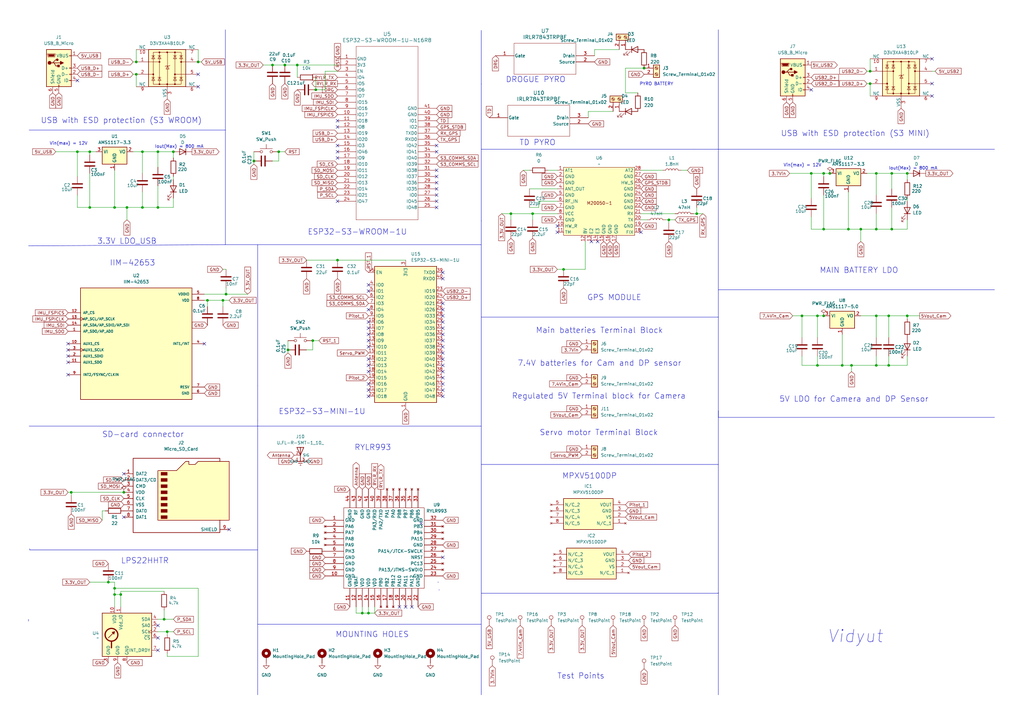
<source format=kicad_sch>
(kicad_sch (version 20231120) (generator "eeschema") (generator_version "8.0")
  (paper "A3")
  (junction (at 337.82 71.12))
  (junction (at 64.77 62.23))
  (junction (at 359.41 93.98))
  (junction (at 111.76 26.67))
  (junction (at 121.92 26.67))
  (junction (at 328.93 129.54))
  (junction (at 46.99 243.84))
  (junction (at 335.28 129.54))
  (junction (at 128.27 139.7))
  (junction (at 349.25 149.86))
  (junction (at 337.82 93.98))
  (junction (at 365.76 93.98))
  (junction (at 148.59 251.46))
  (junction (at 64.77 85.09))
  (junction (at 345.44 149.86))
  (junction (at 340.36 71.12))
  (junction (at 58.42 62.23))
  (junction (at 364.49 129.54))
  (junction (at 68.58 259.08))
  (junction (at 365.76 71.12))
  (junction (at 67.31 254))
  (junction (at 36.83 85.09))
  (junction (at 129.54 36.83))
  (junction (at 36.83 62.23))
  (junction (at 46.99 241.3))
  (junction (at 114.3 62.23))
  (junction (at 231.14 110.49))
  (junction (at 274.32 90.17))
  (junction (at 49.53 243.84))
  (junction (at 347.98 93.98))
  (junction (at 91.44 123.19))
  (junction (at 31.75 62.23))
  (junction (at 138.43 106.68))
  (junction (at 335.28 149.86))
  (junction (at 353.06 93.98))
  (junction (at 264.16 27.94))
  (junction (at 118.11 143.51))
  (junction (at 151.13 251.46))
  (junction (at 29.21 201.93))
  (junction (at 356.87 34.29))
  (junction (at 46.99 85.09))
  (junction (at 356.87 29.21))
  (junction (at 332.74 71.12))
  (junction (at 364.49 149.86))
  (junction (at 55.88 25.4))
  (junction (at 52.07 85.09))
  (junction (at 337.82 129.54))
  (junction (at 58.42 85.09))
  (junction (at 359.41 129.54))
  (junction (at 85.09 123.19))
  (junction (at 285.75 87.63))
  (junction (at 55.88 30.48))
  (junction (at 92.71 120.65))
  (junction (at 71.12 62.23))
  (junction (at 372.11 71.12))
  (junction (at 116.84 26.67))
  (junction (at 50.8 201.93))
  (junction (at 372.11 129.54))
  (junction (at 44.45 238.76))
  (junction (at 359.41 71.12))
  (junction (at 209.55 87.63))
  (junction (at 359.41 149.86))
  (junction (at 81.28 25.4))
  (junction (at 218.44 87.63))
  (junction (at 104.14 66.04))
  (no_connect (at 179.07 69.85))
  (no_connect (at 179.07 77.47))
  (no_connect (at 168.91 248.92))
  (no_connect (at 50.8 194.31))
  (no_connect (at 181.61 134.62))
  (no_connect (at 179.07 72.39))
  (no_connect (at 181.61 111.76))
  (no_connect (at 138.43 52.07))
  (no_connect (at 151.13 116.84))
  (no_connect (at 151.13 119.38))
  (no_connect (at 151.13 152.4))
  (no_connect (at 179.07 62.23))
  (no_connect (at 228.6 92.71))
  (no_connect (at 181.61 114.3))
  (no_connect (at 172.72 214.63))
  (no_connect (at 64.77 261.62))
  (no_connect (at 166.37 248.92))
  (no_connect (at 181.61 154.94))
  (no_connect (at 228.6 95.25))
  (no_connect (at 382.27 24.13))
  (no_connect (at 151.13 147.32))
  (no_connect (at 181.61 124.46))
  (no_connect (at 50.8 212.09))
  (no_connect (at 93.98 217.17))
  (no_connect (at 151.13 134.62))
  (no_connect (at 382.27 39.37))
  (no_connect (at 181.61 129.54))
  (no_connect (at 163.83 248.92))
  (no_connect (at 138.43 49.53))
  (no_connect (at 151.13 137.16))
  (no_connect (at 151.13 160.02))
  (no_connect (at 151.13 157.48))
  (no_connect (at 179.07 74.93))
  (no_connect (at 181.61 162.56))
  (no_connect (at 179.07 80.01))
  (no_connect (at 181.61 127))
  (no_connect (at 64.77 256.54))
  (no_connect (at 27.94 143.51))
  (no_connect (at 332.74 36.83))
  (no_connect (at 181.61 160.02))
  (no_connect (at 151.13 162.56))
  (no_connect (at 179.07 85.09))
  (no_connect (at 179.07 82.55))
  (no_connect (at 262.89 95.25))
  (no_connect (at 242.57 99.06))
  (no_connect (at 151.13 127))
  (no_connect (at 181.61 137.16))
  (no_connect (at 151.13 139.7))
  (no_connect (at 181.61 147.32))
  (no_connect (at 64.77 266.7))
  (no_connect (at 151.13 132.08))
  (no_connect (at 81.28 35.56))
  (no_connect (at 151.13 142.24))
  (no_connect (at 83.82 140.97))
  (no_connect (at 138.43 82.55))
  (no_connect (at 382.27 34.29))
  (no_connect (at 181.61 132.08))
  (no_connect (at 245.11 99.06))
  (no_connect (at 27.94 148.59))
  (no_connect (at 31.75 33.02))
  (no_connect (at 181.61 142.24))
  (no_connect (at 181.61 149.86))
  (no_connect (at 138.43 64.77))
  (no_connect (at 27.94 153.67))
  (no_connect (at 179.07 59.69))
  (no_connect (at 181.61 157.48))
  (no_connect (at 27.94 140.97))
  (no_connect (at 138.43 59.69))
  (no_connect (at 81.28 30.48))
  (no_connect (at 138.43 62.23))
  (no_connect (at 27.94 146.05))
  (no_connect (at 181.61 144.78))
  (no_connect (at 181.61 139.7))
  (no_connect (at 181.61 228.6))
  (no_connect (at 181.61 152.4))
  (no_connect (at 151.13 149.86))
  (wire (pts (xy 31.75 80.01) (xy 31.75 85.09)))
  (wire (pts (xy 332.74 88.9) (xy 332.74 93.98)))
  (wire (pts (xy 49.53 243.84) (xy 49.53 248.92)))
  (wire (pts (xy 83.82 123.19) (xy 85.09 123.19)))
  (wire (pts (xy 55.88 30.48) (xy 55.88 35.56)))
  (polyline (pts (xy 197.358 34.29) (xy 197.358 46.736)))
  (wire (pts (xy 218.44 87.63) (xy 228.6 87.63)))
  (wire (pts (xy 359.41 138.43) (xy 359.41 129.54)))
  (polyline (pts (xy 294.64 243.078) (xy 294.64 284.988)))
  (wire (pts (xy 54.61 25.4) (xy 55.88 25.4)))
  (wire (pts (xy 68.58 259.08) (xy 68.58 260.35)))
  (polyline (pts (xy 294.64 190.5) (xy 294.64 243.332)))
  (wire (pts (xy 325.12 129.54) (xy 328.93 129.54)))
  (polyline (pts (xy 294.64 130.048) (xy 197.358 130.048)))
  (wire (pts (xy 128.27 139.7) (xy 128.27 143.51)))
  (wire (pts (xy 46.99 69.85) (xy 46.99 85.09)))
  (wire (pts (xy 285.75 85.09) (xy 285.75 87.63)))
  (wire (pts (xy 274.32 90.17) (xy 276.86 90.17)))
  (wire (pts (xy 347.98 78.74) (xy 347.98 93.98)))
  (wire (pts (xy 81.28 269.24) (xy 81.28 241.3)))
  (wire (pts (xy 41.91 213.36) (xy 41.91 209.55)))
  (wire (pts (xy 365.76 93.98) (xy 372.11 93.98)))
  (wire (pts (xy 81.28 25.4) (xy 82.55 25.4)))
  (polyline (pts (xy 105.664 158.242) (xy 105.664 172.466)))
  (wire (pts (xy 153.67 248.92) (xy 153.67 251.46)))
  (polyline (pts (xy 11.938 53.34) (xy 92.456 53.34)))
  (wire (pts (xy 104.14 62.23) (xy 104.14 66.04)))
  (polyline (pts (xy 197.358 174.752) (xy 197.358 256.032)))
  (wire (pts (xy 372.11 129.54) (xy 364.49 129.54)))
  (wire (pts (xy 68.58 267.97) (xy 68.58 269.24)))
  (wire (pts (xy 356.87 34.29) (xy 356.87 39.37)))
  (wire (pts (xy 49.53 243.84) (xy 46.99 243.84)))
  (wire (pts (xy 114.3 62.23) (xy 116.84 62.23)))
  (wire (pts (xy 209.55 87.63) (xy 209.55 90.17)))
  (polyline (pts (xy 12.192 225.044) (xy 12.192 225.552)))
  (wire (pts (xy 241.3 45.72) (xy 241.3 48.26)))
  (wire (pts (xy 36.83 71.12) (xy 36.83 85.09)))
  (wire (pts (xy 372.11 149.86) (xy 372.11 146.05)))
  (wire (pts (xy 128.27 139.7) (xy 130.81 139.7)))
  (polyline (pts (xy 92.456 12.192) (xy 92.456 53.34)))
  (wire (pts (xy 91.44 123.19) (xy 91.44 125.73)))
  (polyline (pts (xy 92.456 53.34) (xy 92.456 100.33)))
  (wire (pts (xy 31.75 62.23) (xy 36.83 62.23)))
  (wire (pts (xy 114.3 62.23) (xy 114.3 66.04)))
  (wire (pts (xy 114.3 66.04) (xy 111.76 66.04)))
  (wire (pts (xy 284.48 87.63) (xy 285.75 87.63)))
  (polyline (pts (xy 294.64 190.5) (xy 197.358 190.5)))
  (polyline (pts (xy 294.64 61.214) (xy 407.924 61.214)))
  (wire (pts (xy 58.42 78.74) (xy 58.42 85.09)))
  (wire (pts (xy 49.53 242.57) (xy 49.53 243.84)))
  (wire (pts (xy 64.77 62.23) (xy 64.77 68.58)))
  (wire (pts (xy 262.89 90.17) (xy 265.43 90.17)))
  (polyline (pts (xy 11.684 100.838) (xy 92.202 100.33)))
  (wire (pts (xy 31.75 85.09) (xy 36.83 85.09)))
  (polyline (pts (xy 197.358 267.716) (xy 197.358 284.988)))
  (wire (pts (xy 328.93 146.05) (xy 328.93 149.86)))
  (polyline (pts (xy 294.64 130.048) (xy 294.64 190.5)))
  (wire (pts (xy 372.11 82.55) (xy 372.11 81.28)))
  (wire (pts (xy 67.31 254) (xy 71.12 254)))
  (wire (pts (xy 224.79 69.85) (xy 228.6 69.85)))
  (wire (pts (xy 328.93 129.54) (xy 335.28 129.54)))
  (wire (pts (xy 41.91 209.55) (xy 43.18 209.55)))
  (wire (pts (xy 36.83 85.09) (xy 46.99 85.09)))
  (wire (pts (xy 359.41 129.54) (xy 364.49 129.54)))
  (wire (pts (xy 71.12 62.23) (xy 71.12 64.77)))
  (polyline (pts (xy 197.358 61.214) (xy 284.734 61.214)))
  (wire (pts (xy 359.41 129.54) (xy 353.06 129.54)))
  (polyline (pts (xy 197.358 256.032) (xy 197.358 267.716)))
  (polyline (pts (xy 294.64 118.872) (xy 407.924 118.872)))
  (wire (pts (xy 92.71 118.11) (xy 92.71 120.65)))
  (wire (pts (xy 68.58 269.24) (xy 81.28 269.24)))
  (wire (pts (xy 217.17 77.47) (xy 228.6 77.47)))
  (wire (pts (xy 347.98 93.98) (xy 353.06 93.98)))
  (wire (pts (xy 148.59 251.46) (xy 151.13 251.46)))
  (wire (pts (xy 83.82 120.65) (xy 92.71 120.65)))
  (wire (pts (xy 29.21 201.93) (xy 50.8 201.93)))
  (wire (pts (xy 92.71 120.65) (xy 101.6 120.65)))
  (wire (pts (xy 81.28 241.3) (xy 46.99 241.3)))
  (wire (pts (xy 256.54 27.94) (xy 256.54 38.1)))
  (polyline (pts (xy 11.938 174.752) (xy 105.664 174.752)))
  (wire (pts (xy 364.49 146.05) (xy 364.49 149.86)))
  (wire (pts (xy 372.11 130.81) (xy 372.11 129.54)))
  (polyline (pts (xy 294.64 168.402) (xy 294.64 171.196)))
  (wire (pts (xy 52.07 85.09) (xy 52.07 90.17)))
  (wire (pts (xy 85.09 123.19) (xy 85.09 125.73)))
  (wire (pts (xy 129.54 36.83) (xy 133.35 36.83)))
  (wire (pts (xy 355.6 34.29) (xy 356.87 34.29)))
  (wire (pts (xy 151.13 251.46) (xy 153.67 251.46)))
  (wire (pts (xy 54.61 30.48) (xy 55.88 30.48)))
  (wire (pts (xy 335.28 129.54) (xy 337.82 129.54)))
  (wire (pts (xy 209.55 87.63) (xy 218.44 87.63)))
  (wire (pts (xy 355.6 71.12) (xy 359.41 71.12)))
  (wire (pts (xy 262.89 87.63) (xy 276.86 87.63)))
  (wire (pts (xy 46.99 241.3) (xy 46.99 243.84)))
  (wire (pts (xy 359.41 149.86) (xy 364.49 149.86)))
  (wire (pts (xy 355.6 29.21) (xy 356.87 29.21)))
  (polyline (pts (xy 11.684 254) (xy 11.684 254.762)))
  (polyline (pts (xy 197.358 256.032) (xy 105.664 256.032)))
  (wire (pts (xy 345.44 137.16) (xy 345.44 149.86)))
  (wire (pts (xy 27.94 201.93) (xy 29.21 201.93)))
  (wire (pts (xy 58.42 85.09) (xy 64.77 85.09)))
  (wire (pts (xy 46.99 243.84) (xy 46.99 248.92)))
  (wire (pts (xy 81.28 20.32) (xy 81.28 25.4)))
  (wire (pts (xy 71.12 81.28) (xy 71.12 85.09)))
  (wire (pts (xy 58.42 71.12) (xy 58.42 62.23)))
  (wire (pts (xy 125.73 106.68) (xy 138.43 106.68)))
  (wire (pts (xy 372.11 90.17) (xy 372.11 93.98)))
  (wire (pts (xy 146.05 248.92) (xy 146.05 251.46)))
  (wire (pts (xy 133.35 29.21) (xy 138.43 29.21)))
  (wire (pts (xy 64.77 85.09) (xy 71.12 85.09)))
  (polyline (pts (xy 180.086 241.808) (xy 180.086 242.062)))
  (wire (pts (xy 323.85 71.12) (xy 332.74 71.12)))
  (wire (pts (xy 364.49 149.86) (xy 372.11 149.86)))
  (wire (pts (xy 46.99 85.09) (xy 52.07 85.09)))
  (wire (pts (xy 55.88 20.32) (xy 55.88 25.4)))
  (wire (pts (xy 372.11 71.12) (xy 372.11 73.66)))
  (wire (pts (xy 349.25 149.86) (xy 359.41 149.86)))
  (polyline (pts (xy 105.664 225.552) (xy 12.192 225.552)))
  (wire (pts (xy 353.06 93.98) (xy 353.06 99.06)))
  (polyline (pts (xy 294.64 243.332) (xy 197.358 243.332)))
  (wire (pts (xy 243.84 20.32) (xy 254 20.32)))
  (wire (pts (xy 359.41 71.12) (xy 365.76 71.12)))
  (wire (pts (xy 335.28 149.86) (xy 345.44 149.86)))
  (polyline (pts (xy 92.202 100.33) (xy 197.358 100.33)))
  (wire (pts (xy 332.74 93.98) (xy 337.82 93.98)))
  (wire (pts (xy 220.98 82.55) (xy 228.6 82.55)))
  (wire (pts (xy 31.75 62.23) (xy 31.75 72.39)))
  (wire (pts (xy 349.25 149.86) (xy 349.25 152.4)))
  (wire (pts (xy 205.74 87.63) (xy 209.55 87.63)))
  (wire (pts (xy 337.82 71.12) (xy 337.82 72.39)))
  (wire (pts (xy 359.41 146.05) (xy 359.41 149.86)))
  (polyline (pts (xy 105.664 158.242) (xy 105.664 100.33)))
  (polyline (pts (xy 294.64 171.196) (xy 407.924 171.196)))
  (wire (pts (xy 67.31 250.19) (xy 67.31 254)))
  (wire (pts (xy 67.31 242.57) (xy 49.53 242.57)))
  (wire (pts (xy 241.3 45.72) (xy 251.46 45.72)))
  (polyline (pts (xy 294.64 61.214) (xy 284.734 61.214)))
  (wire (pts (xy 218.44 87.63) (xy 218.44 90.17)))
  (wire (pts (xy 359.41 93.98) (xy 365.76 93.98)))
  (wire (pts (xy 335.28 146.05) (xy 335.28 149.86)))
  (wire (pts (xy 372.11 129.54) (xy 377.19 129.54)))
  (wire (pts (xy 148.59 248.92) (xy 148.59 251.46)))
  (wire (pts (xy 118.11 143.51) (xy 118.11 144.78)))
  (polyline (pts (xy 105.664 174.752) (xy 105.664 284.988)))
  (polyline (pts (xy 197.358 46.736) (xy 197.358 90.678)))
  (wire (pts (xy 240.03 99.06) (xy 240.03 110.49)))
  (polyline (pts (xy 197.358 100.33) (xy 197.358 90.424)))
  (wire (pts (xy 91.44 123.19) (xy 93.98 123.19)))
  (wire (pts (xy 217.17 85.09) (xy 220.98 85.09)))
  (polyline (pts (xy 105.664 172.466) (xy 105.664 174.752)))
  (wire (pts (xy 29.21 201.93) (xy 29.21 203.2)))
  (wire (pts (xy 85.09 123.19) (xy 91.44 123.19)))
  (wire (pts (xy 274.32 90.17) (xy 274.32 91.44)))
  (wire (pts (xy 285.75 87.63) (xy 288.29 87.63)))
  (wire (pts (xy 116.84 26.67) (xy 121.92 26.67)))
  (wire (pts (xy 44.45 238.76) (xy 46.99 238.76)))
  (wire (pts (xy 345.44 149.86) (xy 349.25 149.86)))
  (wire (pts (xy 365.76 71.12) (xy 365.76 77.47)))
  (wire (pts (xy 328.93 129.54) (xy 328.93 138.43)))
  (wire (pts (xy 359.41 87.63) (xy 359.41 93.98)))
  (wire (pts (xy 128.27 143.51) (xy 125.73 143.51)))
  (wire (pts (xy 328.93 149.86) (xy 335.28 149.86)))
  (wire (pts (xy 353.06 93.98) (xy 359.41 93.98)))
  (wire (pts (xy 121.92 26.67) (xy 121.92 31.75)))
  (wire (pts (xy 54.61 62.23) (xy 58.42 62.23)))
  (polyline (pts (xy 294.64 61.214) (xy 294.64 130.048)))
  (wire (pts (xy 264.16 27.94) (xy 256.54 27.94)))
  (wire (pts (xy 243.84 20.32) (xy 243.84 22.86)))
  (wire (pts (xy 279.4 69.85) (xy 281.94 69.85)))
  (wire (pts (xy 146.05 251.46) (xy 148.59 251.46)))
  (polyline (pts (xy 179.832 238.76) (xy 179.578 238.76)))
  (wire (pts (xy 228.6 110.49) (xy 231.14 110.49)))
  (wire (pts (xy 359.41 80.01) (xy 359.41 71.12)))
  (polyline (pts (xy 294.64 12.192) (xy 294.64 61.214)))
  (wire (pts (xy 138.43 106.68) (xy 166.37 106.68)))
  (wire (pts (xy 133.35 36.83) (xy 133.35 29.21)))
  (wire (pts (xy 121.92 26.67) (xy 138.43 26.67)))
  (wire (pts (xy 337.82 93.98) (xy 347.98 93.98)))
  (wire (pts (xy 129.54 31.75) (xy 129.54 36.83)))
  (wire (pts (xy 58.42 62.23) (xy 64.77 62.23)))
  (wire (pts (xy 151.13 248.92) (xy 151.13 251.46)))
  (wire (pts (xy 71.12 73.66) (xy 71.12 72.39)))
  (wire (pts (xy 107.95 26.67) (xy 111.76 26.67)))
  (wire (pts (xy 104.14 66.04) (xy 104.14 67.31)))
  (polyline (pts (xy 197.358 174.752) (xy 105.664 174.752)))
  (polyline (pts (xy 197.358 12.446) (xy 197.358 34.544)))
  (wire (pts (xy 332.74 71.12) (xy 337.82 71.12)))
  (wire (pts (xy 335.28 129.54) (xy 335.28 138.43)))
  (wire (pts (xy 46.99 238.76) (xy 46.99 241.3)))
  (wire (pts (xy 64.77 62.23) (xy 71.12 62.23)))
  (wire (pts (xy 64.77 254) (xy 67.31 254)))
  (wire (pts (xy 220.98 85.09) (xy 220.98 82.55)))
  (wire (pts (xy 64.77 259.08) (xy 68.58 259.08)))
  (wire (pts (xy 64.77 76.2) (xy 64.77 85.09)))
  (wire (pts (xy 36.83 62.23) (xy 39.37 62.23)))
  (wire (pts (xy 240.03 110.49) (xy 231.14 110.49)))
  (wire (pts (xy 36.83 62.23) (xy 36.83 63.5)))
  (wire (pts (xy 214.63 69.85) (xy 217.17 69.85)))
  (polyline (pts (xy 197.358 100.33) (xy 197.358 174.752)))
  (wire (pts (xy 118.11 139.7) (xy 118.11 143.51)))
  (wire (pts (xy 22.86 62.23) (xy 31.75 62.23)))
  (wire (pts (xy 68.58 259.08) (xy 71.12 259.08)))
  (wire (pts (xy 365.76 85.09) (xy 365.76 93.98)))
  (wire (pts (xy 337.82 80.01) (xy 337.82 93.98)))
  (wire (pts (xy 337.82 71.12) (xy 340.36 71.12)))
  (wire (pts (xy 364.49 138.43) (xy 364.49 129.54)))
  (wire (pts (xy 356.87 24.13) (xy 356.87 29.21)))
  (wire (pts (xy 365.76 71.12) (xy 372.11 71.12)))
  (wire (pts (xy 332.74 71.12) (xy 332.74 81.28)))
  (wire (pts (xy 273.05 90.17) (xy 274.32 90.17)))
  (wire (pts (xy 256.54 38.1) (xy 261.62 38.1)))
  (wire (pts (xy 52.07 85.09) (xy 58.42 85.09)))
  (wire (pts (xy 382.27 29.21) (xy 383.54 29.21)))
  (wire (pts (xy 36.83 238.76) (xy 44.45 238.76)))
  (wire (pts (xy 111.76 26.67) (xy 116.84 26.67)))
  (wire (pts (xy 262.89 69.85) (xy 271.78 69.85)))
  (wire (pts (xy 92.71 110.49) (xy 91.44 110.49)))
  (text "MAIN BATTERY LDO" (at 352.298 110.998 0) (effects (font (size 2.286 2.286))))
  (text "MPXV5100DP" (at 241.808 195.326 0) (effects (font (size 2.286 2.286))))
  (text "USB with ESD protection (S3 WROOM)\n" (at 49.784 49.53 0) (effects (font (size 2.286 2.286))))
  (text "Iout(Max) = 800 mA" (at 364.49 69.85 0) (effects (font (size 1.27 1.27)) (justify left bottom)))
  (text "5V LDO for Camera and DP Sensor" (at 350.266 163.83 0) (effects (font (size 2.286 2.286))))
  (text "Regulated 5V Terminal block for Camera" (at 245.618 162.56 0) (effects (font (size 2.286 2.286))))
  (text "IIM-42653" (at 54.356 107.95 0) (effects (font (size 2.286 2.286))))
  (text "PYRO BATTERY" (at 269.24 34.544 0) (effects (font (size 1.27 1.27))))
  (text "Vidyut" (at 350.774 261.112 0) (effects (font (size 5.08 5.08) (italic yes))))
  (text "DROGUE PYRO" (at 219.71 32.766 0) (effects (font (size 2.286 2.286))))
  (text "Servo motor Terminal Block" (at 245.618 177.546 0) (effects (font (size 2.286 2.286))))
  (text "Main batteries Terminal Block" (at 245.872 135.636 0) (effects (font (size 2.286 2.286))))
  (text "ESP32-S3-WROOM-1U" (at 146.558 95.25 0) (effects (font (size 2.286 2.286))))
  (text "MOUNTING HOLES" (at 152.654 260.35 0) (effects (font (size 2.286 2.286))))
  (text "Test Points" (at 238.252 277.368 0) (effects (font (size 2.286 2.286))))
  (text "RYLR993" (at 152.908 183.642 0) (effects (font (size 2.286 2.286))))
  (text "TD PYRO\n\n" (at 220.472 60.452 0) (effects (font (size 2.286 2.286))))
  (text "7.4V batteries for Cam and DP sensor" (at 245.872 149.098 0) (effects (font (size 2.286 2.286))))
  (text "ESP32-S3-MINI-1U" (at 132.08 168.91 0) (effects (font (size 2.286 2.286))))
  (text "Vin(max) = 12V\n" (at 321.31 68.58 0) (effects (font (size 1.27 1.27)) (justify left bottom)))
  (text "3.3V LDO_USB" (at 52.07 99.06 0) (effects (font (size 2.286 2.286))))
  (text "USB with ESD protection (S3 MINI)\n" (at 350.774 54.864 0) (effects (font (size 2.286 2.286))))
  (text "LPS22HHTR" (at 59.436 230.124 0) (effects (font (size 2.286 2.286))))
  (text "GPS MODULE" (at 251.968 122.174 0) (effects (font (size 2.286 2.286))))
  (text "Vin(max) = 12V\n" (at 20.32 59.69 0) (effects (font (size 1.27 1.27)) (justify left bottom)))
  (text "SD-card connector" (at 58.674 178.308 0) (effects (font (size 2.286 2.286))))
  (text "Iout(Max) = 800 mA" (at 63.5 60.96 0) (effects (font (size 1.27 1.27)) (justify left bottom)))
  (global_label "7.4Vin_Cam" (shape input) (at 213.36 256.54 270) (property "Intersheetrefs" "${INTERSHEET_REFS}" (effects (hide yes))))
  (global_label "SD_CS" (shape input) (at 138.43 67.31 180) (property "Intersheetrefs" "${INTERSHEET_REFS}" (effects (hide yes))))
  (global_label "GND" (shape input) (at 118.11 144.78 270) (property "Intersheetrefs" "${INTERSHEET_REFS}" (effects (hide yes))))
  (global_label "3.3V_OUT" (shape input) (at 228.6 110.49 180) (property "Intersheetrefs" "${INTERSHEET_REFS}" (effects (hide yes))))
  (global_label "TX_GPS" (shape input) (at 179.07 57.15 0) (property "Intersheetrefs" "${INTERSHEET_REFS}" (effects (hide yes))))
  (global_label "5V_USB" (shape input) (at 22.86 62.23 180) (property "Intersheetrefs" "${INTERSHEET_REFS}" (effects (hide yes))))
  (global_label "GND" (shape input) (at 138.43 24.13 90) (property "Intersheetrefs" "${INTERSHEET_REFS}" (effects (hide yes))))
  (global_label "GND" (shape input) (at 52.07 271.78 0) (property "Intersheetrefs" "${INTERSHEET_REFS}" (effects (hide yes))))
  (global_label "P_SCL" (shape input) (at 138.43 80.01 180) (property "Intersheetrefs" "${INTERSHEET_REFS}" (effects (hide yes))))
  (global_label "GND" (shape input) (at 138.43 114.3 270) (property "Intersheetrefs" "${INTERSHEET_REFS}" (effects (hide yes))))
  (global_label "RX_GPS" (shape input) (at 179.07 54.61 0) (property "Intersheetrefs" "${INTERSHEET_REFS}" (effects (hide yes))))
  (global_label "GND" (shape input) (at 24.13 38.1 270) (property "Intersheetrefs" "${INTERSHEET_REFS}" (effects (hide yes))))
  (global_label "TD" (shape input) (at 179.07 49.53 0) (property "Intersheetrefs" "${INTERSHEET_REFS}" (effects (hide yes))))
  (global_label "SD_MOSI" (shape input) (at 138.43 69.85 180) (property "Intersheetrefs" "${INTERSHEET_REFS}" (effects (hide yes))))
  (global_label "USB_D+" (shape input) (at 54.61 30.48 180) (property "Intersheetrefs" "${INTERSHEET_REFS}" (effects (hide yes))))
  (global_label "S3_COMMS_SCL" (shape input) (at 179.07 67.31 0) (property "Intersheetrefs" "${INTERSHEET_REFS}" (effects (hide yes))))
  (global_label "DRG" (shape input) (at 203.2 22.86 270) (property "Intersheetrefs" "${INTERSHEET_REFS}" (effects (hide yes))))
  (global_label "Antenna" (shape bidirectional) (at 146.05 200.66 90) (property "Intersheetrefs" "${INTERSHEET_REFS}" (effects (hide yes))))
  (global_label "3.3V_OUT" (shape input) (at 107.95 26.67 180) (property "Intersheetrefs" "${INTERSHEET_REFS}" (effects (hide yes))))
  (global_label "GND" (shape input) (at 133.35 228.6 180) (property "Intersheetrefs" "${INTERSHEET_REFS}" (effects (hide yes))))
  (global_label "3.7Vin" (shape input) (at 323.85 71.12 180) (property "Intersheetrefs" "${INTERSHEET_REFS}" (effects (hide yes))))
  (global_label "TX_GPS" (shape input) (at 276.86 90.17 0) (property "Intersheetrefs" "${INTERSHEET_REFS}" (effects (hide yes))))
  (global_label "GND" (shape input) (at 353.06 99.06 270) (property "Intersheetrefs" "${INTERSHEET_REFS}" (effects (hide yes))))
  (global_label "RYLR_TX" (shape output) (at 156.21 200.66 90) (property "Intersheetrefs" "${INTERSHEET_REFS}" (effects (hide yes))))
  (global_label "GND" (shape input) (at 231.14 118.11 270) (property "Intersheetrefs" "${INTERSHEET_REFS}" (effects (hide yes))))
  (global_label "GND" (shape input) (at 133.35 233.68 180) (property "Intersheetrefs" "${INTERSHEET_REFS}" (effects (hide yes))))
  (global_label "GND" (shape input) (at 264.16 256.54 270) (property "Intersheetrefs" "${INTERSHEET_REFS}" (effects (hide yes))))
  (global_label "Pitot_2" (shape input) (at 257.81 227.33 0) (property "Intersheetrefs" "${INTERSHEET_REFS}" (effects (hide yes))))
  (global_label "IMU_SDI" (shape input) (at 27.94 133.35 180) (property "Intersheetrefs" "${INTERSHEET_REFS}" (effects (hide yes))))
  (global_label "3.3V_OUT" (shape output) (at 379.73 71.12 0) (property "Intersheetrefs" "${INTERSHEET_REFS}" (effects (hide yes))))
  (global_label "GND" (shape input) (at 228.6 72.39 180) (property "Intersheetrefs" "${INTERSHEET_REFS}" (effects (hide yes))))
  (global_label "GPS_STDB" (shape input) (at 262.89 74.93 0) (property "Intersheetrefs" "${INTERSHEET_REFS}" (effects (hide yes))))
  (global_label "GND" (shape input) (at 52.07 90.17 270) (property "Intersheetrefs" "${INTERSHEET_REFS}" (effects (hide yes))))
  (global_label "S3_COMMS_SCL" (shape input) (at 151.13 121.92 180) (property "Intersheetrefs" "${INTERSHEET_REFS}" (effects (hide yes))))
  (global_label "5V_USB2" (shape input) (at 383.54 29.21 0) (property "Intersheetrefs" "${INTERSHEET_REFS}" (effects (hide yes))))
  (global_label "RYLR_TX" (shape input) (at 138.43 31.75 180) (property "Intersheetrefs" "${INTERSHEET_REFS}" (effects (hide yes))))
  (global_label "GND" (shape input) (at 264.16 30.48 180) (property "Intersheetrefs" "${INTERSHEET_REFS}" (effects (hide yes))))
  (global_label "GND" (shape input) (at 325.12 41.91 270) (property "Intersheetrefs" "${INTERSHEET_REFS}" (effects (hide yes))))
  (global_label "3.3V_OUT" (shape input) (at 101.6 120.65 90) (property "Intersheetrefs" "${INTERSHEET_REFS}" (effects (hide yes))))
  (global_label "GND" (shape input) (at 238.76 184.15 180) (property "Intersheetrefs" "${INTERSHEET_REFS}" (effects (hide yes))))
  (global_label "GND" (shape input) (at 257.81 229.87 0) (property "Intersheetrefs" "${INTERSHEET_REFS}" (effects (hide yes))))
  (global_label "GND" (shape input) (at 111.76 34.29 270) (property "Intersheetrefs" "${INTERSHEET_REFS}" (effects (hide yes))))
  (global_label "IMU_FSPICLK" (shape input) (at 138.43 44.45 180) (property "Intersheetrefs" "${INTERSHEET_REFS}" (effects (hide yes))))
  (global_label "Servo_PWM" (shape input) (at 238.76 186.69 180) (property "Intersheetrefs" "${INTERSHEET_REFS}" (effects (hide yes))))
  (global_label "3.7Vin" (shape input) (at 201.93 273.05 270) (property "Intersheetrefs" "${INTERSHEET_REFS}" (effects (hide yes))))
  (global_label "7.4Vin_Cam" (shape input) (at 238.76 157.48 180) (property "Intersheetrefs" "${INTERSHEET_REFS}" (effects (hide yes))))
  (global_label "GND" (shape input) (at 262.89 72.39 0) (property "Intersheetrefs" "${INTERSHEET_REFS}" (effects (hide yes))))
  (global_label "P_SCL" (shape input) (at 71.12 259.08 0) (property "Intersheetrefs" "${INTERSHEET_REFS}" (effects (hide yes))))
  (global_label "USB_D+" (shape input) (at 31.75 27.94 0) (property "Intersheetrefs" "${INTERSHEET_REFS}" (effects (hide yes))))
  (global_label "5Vout_Cam" (shape input) (at 257.81 232.41 0) (property "Intersheetrefs" "${INTERSHEET_REFS}" (effects (hide yes))))
  (global_label "GND" (shape input) (at 256.54 209.55 0) (property "Intersheetrefs" "${INTERSHEET_REFS}" (effects (hide yes))))
  (global_label "USB2_D-" (shape input) (at 355.6 29.21 180) (property "Intersheetrefs" "${INTERSHEET_REFS}" (effects (hide yes))))
  (global_label "Pitot_2" (shape input) (at 151.13 154.94 180) (property "Intersheetrefs" "${INTERSHEET_REFS}" (effects (hide yes))))
  (global_label "3.3V_OUT" (shape input) (at 125.73 106.68 180) (property "Intersheetrefs" "${INTERSHEET_REFS}" (effects (hide yes))))
  (global_label "GND" (shape input) (at 262.89 77.47 0) (property "Intersheetrefs" "${INTERSHEET_REFS}" (effects (hide yes))))
  (global_label "Antenna" (shape bidirectional) (at 120.65 186.69 180) (property "Intersheetrefs" "${INTERSHEET_REFS}" (effects (hide yes))))
  (global_label "TD" (shape input) (at 200.66 48.26 90) (property "Intersheetrefs" "${INTERSHEET_REFS}" (effects (hide yes))))
  (global_label "USB2_D-" (shape input) (at 332.74 34.29 0) (property "Intersheetrefs" "${INTERSHEET_REFS}" (effects (hide yes))))
  (global_label "IMU_FSPICS" (shape input) (at 27.94 128.27 180) (property "Intersheetrefs" "${INTERSHEET_REFS}" (effects (hide yes))))
  (global_label "3.3V_OUT" (shape input) (at 238.76 256.54 270) (property "Intersheetrefs" "${INTERSHEET_REFS}" (effects (hide yes))))
  (global_label "3.3V_OUT" (shape output) (at 78.74 62.23 0) (property "Intersheetrefs" "${INTERSHEET_REFS}" (effects (hide yes))))
  (global_label "GND" (shape input) (at 241.3 50.8 0) (property "Intersheetrefs" "${INTERSHEET_REFS}" (effects (hide yes))))
  (global_label "GND" (shape input) (at 209.55 97.79 270) (property "Intersheetrefs" "${INTERSHEET_REFS}" (effects (hide yes))))
  (global_label "3.3V_OUT" (shape input) (at 27.94 201.93 180) (property "Intersheetrefs" "${INTERSHEET_REFS}" (effects (hide yes))))
  (global_label "USB2_D+" (shape input) (at 181.61 121.92 0) (property "Intersheetrefs" "${INTERSHEET_REFS}" (effects (hide yes))))
  (global_label "GND" (shape input) (at 262.89 85.09 0) (property "Intersheetrefs" "${INTERSHEET_REFS}" (effects (hide yes))))
  (global_label "USB_D-" (shape input) (at 54.61 25.4 180) (property "Intersheetrefs" "${INTERSHEET_REFS}" (effects (hide yes))))
  (global_label "USB_D-" (shape input) (at 138.43 54.61 180) (property "Intersheetrefs" "${INTERSHEET_REFS}" (effects (hide yes))))
  (global_label "GND" (shape input) (at 264.16 274.32 270) (property "Intersheetrefs" "${INTERSHEET_REFS}" (effects (hide yes))))
  (global_label "GND" (shape input) (at 369.57 44.45 270) (property "Intersheetrefs" "${INTERSHEET_REFS}" (effects (hide yes))))
  (global_label "GND" (shape input) (at 238.76 167.64 180) (property "Intersheetrefs" "${INTERSHEET_REFS}" (effects (hide yes))))
  (global_label "GND" (shape input) (at 274.32 99.06 270) (property "Intersheetrefs" "${INTERSHEET_REFS}" (effects (hide yes))))
  (global_label "GND" (shape input) (at 322.58 41.91 270) (property "Intersheetrefs" "${INTERSHEET_REFS}" (effects (hide yes))))
  (global_label "GND" (shape input) (at 243.84 25.4 0) (property "Intersheetrefs" "${INTERSHEET_REFS}" (effects (hide yes))))
  (global_label "3.3V_OUT" (shape input) (at 36.83 238.76 180) (property "Intersheetrefs" "${INTERSHEET_REFS}" (effects (hide yes))))
  (global_label "GND" (shape input) (at 151.13 200.66 90) (property "Intersheetrefs" "${INTERSHEET_REFS}" (effects (hide yes))))
  (global_label "GND" (shape input) (at 85.09 133.35 180) (property "Intersheetrefs" "${INTERSHEET_REFS}" (effects (hide yes))))
  (global_label "IMU_FSPICLK" (shape input) (at 27.94 130.81 180) (property "Intersheetrefs" "${INTERSHEET_REFS}" (effects (hide yes))))
  (global_label "GND" (shape input) (at 262.89 80.01 0) (property "Intersheetrefs" "${INTERSHEET_REFS}" (effects (hide yes))))
  (global_label "RST_1" (shape input) (at 151.13 111.76 90) (property "Intersheetrefs" "${INTERSHEET_REFS}" (effects (hide yes))))
  (global_label "GND" (shape input) (at 148.59 200.66 90) (property "Intersheetrefs" "${INTERSHEET_REFS}" (effects (hide yes))))
  (global_label "GND" (shape input) (at 247.65 99.06 270) (property "Intersheetrefs" "${INTERSHEET_REFS}" (effects (hide yes))))
  (global_label "GND" (shape input) (at 91.44 110.49 180) (property "Intersheetrefs" "${INTERSHEET_REFS}" (effects (hide yes))))
  (global_label "5Vout_Cam" (shape input) (at 251.46 256.54 270) (property "Intersheetrefs" "${INTERSHEET_REFS}" (effects (hide yes))))
  (global_label "Servo_PWM" (shape input) (at 151.13 144.78 180) (property "Intersheetrefs" "${INTERSHEET_REFS}" (effects (hide yes))))
  (global_label "GND" (shape input) (at 349.25 152.4 270) (property "Intersheetrefs" "${INTERSHEET_REFS}" (effects (hide yes))))
  (global_label "GND" (shape input) (at 179.07 46.99 0) (property "Intersheetrefs" "${INTERSHEET_REFS}" (effects (hide yes))))
  (global_label "7.4Vin_Cam" (shape input) (at 325.12 129.54 180) (property "Intersheetrefs" "${INTERSHEET_REFS}" (effects (hide yes))))
  (global_label "GND" (shape input) (at 262.89 82.55 0) (property "Intersheetrefs" "${INTERSHEET_REFS}" (effects (hide yes))))
  (global_label "USB2_D+" (shape input) (at 332.74 31.75 0) (property "Intersheetrefs" "${INTERSHEET_REFS}" (effects (hide yes))))
  (global_label "RYLR_RX" (shape output) (at 138.43 34.29 180) (property "Intersheetrefs" "${INTERSHEET_REFS}" (effects (hide yes))))
  (global_label "GND" (shape input) (at 218.44 97.79 270) (property "Intersheetrefs" "${INTERSHEET_REFS}" (effects (hide yes))))
  (global_label "IMU_SDO" (shape input) (at 27.94 135.89 180) (property "Intersheetrefs" "${INTERSHEET_REFS}" (effects (hide yes))))
  (global_label "RST" (shape input) (at 116.84 62.23 0) (property "Intersheetrefs" "${INTERSHEET_REFS}" (effects (hide yes))))
  (global_label "GND" (shape input) (at 125.73 226.06 180) (property "Intersheetrefs" "${INTERSHEET_REFS}" (effects (hide yes))))
  (global_label "GND" (shape input) (at 121.92 36.83 270) (property "Intersheetrefs" "${INTERSHEET_REFS}" (effects (hide yes))))
  (global_label "USB2_D-" (shape input) (at 181.61 119.38 0) (property "Intersheetrefs" "${INTERSHEET_REFS}" (effects (hide yes))))
  (global_label "GND" (shape input) (at 133.35 236.22 180) (property "Intersheetrefs" "${INTERSHEET_REFS}" (effects (hide yes))))
  (global_label "GND" (shape input) (at 228.6 74.93 180) (property "Intersheetrefs" "${INTERSHEET_REFS}" (effects (hide yes))))
  (global_label "GND" (shape input) (at 120.65 189.23 180) (property "Intersheetrefs" "${INTERSHEET_REFS}" (effects (hide yes))))
  (global_label "GND" (shape input) (at 83.82 158.75 0) (property "Intersheetrefs" "${INTERSHEET_REFS}" (effects (hide yes))))
  (global_label "GND" (shape input) (at 285.75 77.47 90) (property "Intersheetrefs" "${INTERSHEET_REFS}" (effects (hide yes))))
  (global_label "IMU_SDO" (shape input) (at 138.43 39.37 180) (property "Intersheetrefs" "${INTERSHEET_REFS}" (effects (hide yes))))
  (global_label "S3_COMMS_SDA" (shape input) (at 151.13 124.46 180) (property "Intersheetrefs" "${INTERSHEET_REFS}" (effects (hide yes))))
  (global_label "SD_CS" (shape input) (at 50.8 196.85 180) (property "Intersheetrefs" "${INTERSHEET_REFS}" (effects (hide yes))))
  (global_label "SD_CLK" (shape input) (at 138.43 72.39 180) (property "Intersheetrefs" "${INTERSHEET_REFS}" (effects (hide yes))))
  (global_label "5Vout_Cam" (shape input) (at 238.76 170.18 180) (property "Intersheetrefs" "${INTERSHEET_REFS}" (effects (hide yes))))
  (global_label "GND" (shape input) (at 238.76 154.94 180) (property "Intersheetrefs" "${INTERSHEET_REFS}" (effects (hide yes))))
  (global_label "Pitot_1" (shape input) (at 151.13 129.54 180) (property "Intersheetrefs" "${INTERSHEET_REFS}" (effects (hide yes))))
  (global_label "5Vout_Cam" (shape output) (at 377.19 129.54 0) (property "Intersheetrefs" "${INTERSHEET_REFS}" (effects (hide yes))))
  (global_label "GND" (shape input) (at 181.61 213.36 0) (property "Intersheetrefs" "${INTERSHEET_REFS}" (effects (hide yes))))
  (global_label "GND" (shape input) (at 68.58 40.64 270) (property "Intersheetrefs" "${INTERSHEET_REFS}" (effects (hide yes))))
  (global_label "GND" (shape input) (at 104.14 67.31 270) (property "Intersheetrefs" "${INTERSHEET_REFS}" (effects (hide yes))))
  (global_label "GND" (shape input) (at 181.61 223.52 0) (property "Intersheetrefs" "${INTERSHEET_REFS}" (effects (hide yes))))
  (global_label "GND" (shape input) (at 238.76 140.97 180) (property "Intersheetrefs" "${INTERSHEET_REFS}" (effects (hide yes))))
  (global_label "5V_USB" (shape input) (at 200.66 256.54 270) (property "Intersheetrefs" "${INTERSHEET_REFS}" (effects (hide yes))))
  (global_label "3.3V_OUT" (shape input) (at 205.74 87.63 270) (property "Intersheetrefs" "${INTERSHEET_REFS}" (effects (hide yes))))
  (global_label "USB2_D+" (shape input) (at 355.6 34.29 180) (property "Intersheetrefs" "${INTERSHEET_REFS}" (effects (hide yes))))
  (global_label "RST_1" (shape input) (at 130.81 139.7 0) (property "Intersheetrefs" "${INTERSHEET_REFS}" (effects (hide yes))))
  (global_label "S3_COMMS_SDA" (shape input) (at 179.07 64.77 0) (property "Intersheetrefs" "${INTERSHEET_REFS}" (effects (hide yes))))
  (global_label "GND" (shape input) (at 143.51 200.66 180) (property "Intersheetrefs" "${INTERSHEET_REFS}" (effects (hide yes))))
  (global_label "SD_MISO" (shape input) (at 138.43 74.93 180) (property "Intersheetrefs" "${INTERSHEET_REFS}" (effects (hide yes))))
  (global_label "GND" (shape input) (at 125.73 114.3 270) (property "Intersheetrefs" "${INTERSHEET_REFS}" (effects (hide yes))))
  (global_label "IMU_FSPICS" (shape input) (at 138.43 46.99 180) (property "Intersheetrefs" "${INTERSHEET_REFS}" (effects (hide yes))))
  (global_label "5V_USB" (shape input) (at 82.55 25.4 0) (property "Intersheetrefs" "${INTERSHEET_REFS}" (effects (hide yes))))
  (global_label "RYLR_RX" (shape input) (at 153.67 200.66 90) (property "Intersheetrefs" "${INTERSHEET_REFS}" (effects (hide yes))))
  (global_label "SD_MISO" (shape input) (at 41.91 213.36 180) (property "Intersheetrefs" "${INTERSHEET_REFS}" (effects (hide yes))))
  (global_label "GND" (shape input) (at 50.8 207.01 180) (property "Intersheetrefs" "${INTERSHEET_REFS}" (effects (hide yes))))
  (global_label "GND" (shape input) (at 166.37 167.64 270) (property "Intersheetrefs" "${INTERSHEET_REFS}" (effects (hide yes))))
  (global_label "GND" (shape input) (at 125.73 189.23 0) (property "Intersheetrefs" "${INTERSHEET_REFS}" (effects (hide yes))))
  (global_label "GND" (shape input) (at 44.45 231.14 180) (property "Intersheetrefs" "${INTERSHEET_REFS}" (effects (hide yes))))
  (global_label "GND" (shape input) (at 228.6 90.17 180) (property "Intersheetrefs" "${INTERSHEET_REFS}" (effects (hide yes))))
  (global_label "GND" (shape input) (at 143.51 248.92 180) (property "Intersheetrefs" "${INTERSHEET_REFS}" (effects (hide yes))))
  (global_label "GND" (shape input) (at 29.21 210.82 270) (property "Intersheetrefs" "${INTERSHEET_REFS}" (effects (hide yes))))
  (global_label "GND" (shape input) (at 133.35 213.36 180) (property "Intersheetrefs" "${INTERSHEET_REFS}" (effects (hide yes))))
  (global_label "GND" (shape input) (at 179.07 44.45 0) (property "Intersheetrefs" "${INTERSHEET_REFS}" (effects (hide yes))))
  (global_label "Pitot_1" (shape input) (at 256.54 207.01 0) (property "Intersheetrefs" "${INTERSHEET_REFS}" (effects (hide yes))))
  (global_label "P_SDA" (shape input) (at 71.12 254 0) (property "Intersheetrefs" "${INTERSHEET_REFS}" (effects (hide yes))))
  (global_label "3.3V_OUT" (shape input) (at 226.06 256.54 270) (property "Intersheetrefs" "${INTERSHEET_REFS}" (effects (hide yes))))
  (global_label "GPS_STDB" (shape input) (at 179.07 52.07 0) (property "Intersheetrefs" "${INTERSHEET_REFS}" (effects (hide yes))))
  (global_label "5Vout_Cam" (shape input) (at 256.54 212.09 0) (property "Intersheetrefs" "${INTERSHEET_REFS}" (effects (hide yes))))
  (global_label "GND" (shape input) (at 181.61 236.22 0) (property "Intersheetrefs" "${INTERSHEET_REFS}" (effects (hide yes))))
  (global_label "3.7Vin" (shape input) (at 238.76 143.51 180) (property "Intersheetrefs" "${INTERSHEET_REFS}" (effects (hide yes))))
  (global_label "SD_CLK" (shape input) (at 50.8 204.47 180) (property "Intersheetrefs" "${INTERSHEET_REFS}" (effects (hide yes))))
  (global_label "GND" (shape input) (at 276.86 256.54 270) (property "Intersheetrefs" "${INTERSHEET_REFS}" (effects (hide yes))))
  (global_label "RX_GPS" (shape input) (at 288.29 87.63 270) (property "Intersheetrefs" "${INTERSHEET_REFS}" (effects (hide yes))))
  (global_label "GND" (shape input) (at 250.19 99.06 270) (property "Intersheetrefs" "${INTERSHEET_REFS}" (effects (hide yes))))
  (global_label "USB_D+" (shape input) (at 138.43 57.15 180) (property "Intersheetrefs" "${INTERSHEET_REFS}" (effects (hide yes))))
  (global_label "RST" (shape input) (at 138.43 29.21 90) (property "Intersheetrefs" "${INTERSHEET_REFS}" (effects (hide yes))))
  (global_label "GND" (shape input) (at 91.44 133.35 0) (property "Intersheetrefs" "${INTERSHEET_REFS}" (effects (hide yes))))
  (global_label "GND" (shape input) (at 133.35 231.14 180) (property "Intersheetrefs" "${INTERSHEET_REFS}" (effects (hide yes))))
  (global_label "3.3V_OUT" (shape input) (at 93.98 123.19 0) (property "Intersheetrefs" "${INTERSHEET_REFS}" (effects (hide yes))))
  (global_label "GND" (shape input) (at 262.89 92.71 0) (property "Intersheetrefs" "${INTERSHEET_REFS}" (effects (hide yes))))
  (global_label "GND" (shape input) (at 228.6 85.09 180) (property "Intersheetrefs" "${INTERSHEET_REFS}" (effects (hide yes))))
  (global_label "GND" (shape input) (at 48.26 271.78 270) (property "Intersheetrefs" "${INTERSHEET_REFS}" (effects (hide yes))))
  (global_label "GND" (shape input) (at 21.59 38.1 270) (property "Intersheetrefs" "${INTERSHEET_REFS}" (effects (hide yes))))
  (global_label "GND" (shape input) (at 228.6 80.01 180) (property "Intersheetrefs" "${INTERSHEET_REFS}" (effects (hide yes))))
  (global_label "IMU_SDI" (shape input) (at 138.43 41.91 180) (property "Intersheetrefs" "${INTERSHEET_REFS}" (effects (hide yes))))
  (global_label "GND" (shape input) (at 116.84 34.29 270) (property "Intersheetrefs" "${INTERSHEET_REFS}" (effects (hide yes))))
  (global_label "DRG" (shape input) (at 138.43 36.83 180) (property "Intersheetrefs" "${INTERSHEET_REFS}" (effects (hide yes))))
  (global_label "GND" (shape input) (at 252.73 99.06 270) (property "Intersheetrefs" "${INTERSHEET_REFS}" (effects (hide yes))))
  (global_label "GND" (shape input) (at 214.63 69.85 270) (property "Intersheetrefs" "${INTERSHEET_REFS}" (effects (hide yes))))
  (global_label "P_SDA" (shape input) (at 138.43 77.47 180) (property "Intersheetrefs" "${INTERSHEET_REFS}" (effects (hide yes))))
  (global_label "SD_MOSI" (shape input) (at 50.8 199.39 180) (property "Intersheetrefs" "${INTERSHEET_REFS}" (effects (hide yes))))
  (global_label "GND" (shape input) (at 281.94 69.85 0) (property "Intersheetrefs" "${INTERSHEET_REFS}" (effects (hide yes))))
  (global_label "GND" (shape input) (at 44.45 271.78 180) (property "Intersheetrefs" "${INTERSHEET_REFS}" (effects (hide yes))))
  (global_label "5V_USB" (shape input) (at 31.75 22.86 0) (property "Intersheetrefs" "${INTERSHEET_REFS}" (effects (hide yes))))
  (global_label "5V_USB2" (shape output) (at 332.74 26.67 0) (property "Intersheetrefs" "${INTERSHEET_REFS}" (effects (hide yes))))
  (global_label "3.3V_OUT" (shape input) (at 153.67 251.46 0) (property "Intersheetrefs" "${INTERSHEET_REFS}" (effects (hide yes))))
  (global_label "GND" (shape input) (at 83.82 161.29 0) (property "Intersheetrefs" "${INTERSHEET_REFS}" (effects (hide yes))))
  (global_label "USB_D-" (shape input) (at 31.75 30.48 0) (property "Intersheetrefs" "${INTERSHEET_REFS}" (effects (hide yes))))
  (global_label "GND" (shape input) (at 171.45 248.92 0) (property "Intersheetrefs" "${INTERSHEET_REFS}" (effects (hide yes))))
  (symbol (lib_id "Regulator_Linear:AMS1117-5.0") (at 345.44 129.54 0) (unit 1)
    (property "Reference" "U8" (at 345.44 123.19 0))
    (property "Value" "AMS1117-5.0" (at 345.44 125.73 0))
    (property "Footprint" "Package_TO_SOT_SMD:SOT-223-3_TabPin2" (effects (hide yes)))
    (property "Datasheet" "http://www.advanced-monolithic.com/pdf/ds1117.pdf" (effects (hide yes)))
    (property "Description" "1A Low Dropout regulator, positive, 5.0V fixed output, SOT-223" (effects (hide yes)))
  )
  (symbol (lib_name "USB_B_Micro_1") (lib_id "Connector:USB_B_Micro") (at 325.12 31.75 0) (unit 1)
    (property "Reference" "J7" (at 325.12 19.05 0))
    (property "Value" "USB_B_Micro" (at 325.12 21.59 0))
    (property "Footprint" "Connector_USB:USB_Micro-B_GCT_USB3076-30-A" (effects (hide yes)))
    (property "Description" "USB Micro Type B connector" (effects (hide yes)))
  )
  (symbol (lib_id "Connector:TestPoint") (at 201.93 273.05 0) (unit 1)
    (property "Reference" "TP14" (at 204.47 268.4779 0) (effects (justify left)))
    (property "Value" "TestPoint" (at 204.47 271.0179 0) (effects (justify left)))
    (property "Footprint" "TestPoint:TestPoint_Pad_D1.0mm" (effects (hide yes)))
    (property "Description" "test point" (effects (hide yes)))
  )
  (symbol (lib_id "Mechanical:MountingHole_Pad") (at 132.08 269.24 0) (unit 1) (exclude_from_sim yes) (in_bom no)
    (property "Reference" "H2" (at 134.62 266.6999 0) (effects (justify left)))
    (property "Value" "MountingHole_Pad" (at 134.62 269.2399 0) (effects (justify left)))
    (property "Footprint" "MountingHole:MountingHole_4.3mm_M4_DIN965_Pad" (effects (hide yes)))
    (property "Description" "Mounting Hole with connection" (effects (hide yes)))
  )
  (symbol (lib_id "Device:C") (at 209.55 93.98 0) (unit 1)
    (property "Reference" "C14" (at 212.0646 94.107 0) (effects (justify left)))
    (property "Value" "22pF" (at 209.5246 96.139 0) (effects (justify left)))
    (property "Footprint" "Capacitor_SMD:C_0805_2012Metric" (effects (hide yes)))
    (property "Datasheet" "C30926" (effects (hide yes)))
  )
  (symbol (lib_id "Device:C") (at 274.32 95.25 0) (unit 1)
    (property "Reference" "C17" (at 276.8346 95.377 0) (effects (justify left)))
    (property "Value" "22pF" (at 274.2946 97.409 0) (effects (justify left)))
    (property "Footprint" "Capacitor_SMD:C_0805_2012Metric" (effects (hide yes)))
    (property "Datasheet" "C30926" (effects (hide yes)))
  )
  (symbol (lib_id "Device:C") (at 359.41 83.82 0) (unit 1)
    (property "Reference" "C28" (at 354.33 83.185 0) (effects (justify left)))
    (property "Value" "10uF" (at 353.06 84.963 0) (effects (justify left)))
    (property "Footprint" "Capacitor_SMD:C_0805_2012Metric" (effects (hide yes)))
    (property "Datasheet" "C14663" (effects (hide yes)))
  )
  (symbol (lib_id "Device:R") (at 372.11 134.62 0) (unit 1)
    (property "Reference" "R7" (at 374.396 133.5024 0) (effects (justify left)))
    (property "Value" "220" (at 373.888 135.5344 0) (effects (justify left)))
    (property "Footprint" "Resistor_SMD:R_0805_2012Metric" (effects (hide yes)))
    (property "Datasheet" "C102029" (effects (hide yes)))
  )
  (symbol (lib_id "Regulator_Linear:AMS1117-3.3") (at 347.98 71.12 0) (unit 1)
    (property "Reference" "U12" (at 347.98 64.77 0))
    (property "Value" "AMS1117-3.3" (at 347.98 67.31 0))
    (property "Footprint" "Package_TO_SOT_SMD:SOT-223-3_TabPin2" (effects (hide yes)))
    (property "Datasheet" "http://www.advanced-monolithic.com/pdf/ds1117.pdf" (effects (hide yes)))
  )
  (symbol (lib_id "Device:C") (at 364.49 142.24 0) (unit 1)
    (property "Reference" "C22" (at 367.0046 142.367 0) (effects (justify left)))
    (property "Value" "100nF" (at 364.4646 144.399 0) (effects (justify left)))
    (property "Footprint" "Capacitor_SMD:C_0805_2012Metric" (effects (hide yes)))
    (property "Datasheet" "C30926" (effects (hide yes)))
  )
  (symbol (lib_id "power:PWR_FLAG") (at 50.8 201.93 0) (unit 1)
    (property "Reference" "#FLG03" (effects (hide yes)))
    (property "Value" "PWR_FLAG" (at 50.8 196.596 0))
    (property "Description" "Special symbol for telling ERC where power comes from" (effects (hide yes)))
  )
  (symbol (lib_id "Device:C") (at 58.42 74.93 0) (unit 1)
    (property "Reference" "C4" (at 53.34 74.295 0) (effects (justify left)))
    (property "Value" "10uF" (at 52.07 76.073 0) (effects (justify left)))
    (property "Footprint" "Capacitor_SMD:C_0805_2012Metric" (effects (hide yes)))
    (property "Datasheet" "C14663" (effects (hide yes)))
  )
  (symbol (lib_id "Device:L") (at 275.59 69.85 90) (unit 1)
    (property "Reference" "L1" (at 275.59 64.77 90))
    (property "Value" "1.8nH" (at 275.59 67.31 90))
    (property "Footprint" "Inductor_SMD:L_0805_2012Metric" (effects (hide yes)))
    (property "Description" "Inductor" (effects (hide yes)))
  )
  (symbol (lib_id "Mechanical:MountingHole_Pad") (at 154.94 269.24 0) (unit 1) (exclude_from_sim yes) (in_bom no)
    (property "Reference" "H3" (at 157.48 266.6999 0) (effects (justify left)))
    (property "Value" "MountingHole_Pad" (at 157.48 269.2399 0) (effects (justify left)))
    (property "Footprint" "MountingHole:MountingHole_4.3mm_M4_DIN965_Pad" (effects (hide yes)))
    (property "Description" "Mounting Hole with connection" (effects (hide yes)))
  )
  (symbol (lib_id "Device:C") (at 332.74 85.09 0) (unit 1)
    (property "Reference" "C24" (at 327.152 84.836 0) (effects (justify left)))
    (property "Value" "10uF" (at 326.136 86.614 0) (effects (justify left)))
    (property "Footprint" "Capacitor_SMD:C_0805_2012Metric" (effects (hide yes)))
    (property "Datasheet" "C782264" (effects (hide yes)))
  )
  (symbol (lib_id "power:GND") (at 109.22 271.78 0) (unit 1)
    (property "Reference" "#PWR01" (effects (hide yes)))
    (property "Value" "GND" (at 109.22 276.86 0))
    (property "Description" "Power symbol creates a global label with name \"GND\" , ground" (effects (hide yes)))
  )
  (symbol (lib_id "Subscale:IRLR7843TRPBF") (at 200.66 48.26 0) (unit 1)
    (property "Reference" "U10" (at 220.98 38.1 0) (effects (font (size 1.524 1.524))))
    (property "Value" "IRLR7843TRPBF" (at 220.98 40.64 0) (effects (font (size 1.524 1.524))))
    (property "Footprint" "Subscale B:IRLR7843TRPBF" (effects (hide yes)))
  )
  (symbol (lib_id "Regulator_Linear:AMS1117-3.3") (at 46.99 62.23 0) (unit 1)
    (property "Reference" "U1" (at 46.99 55.88 0))
    (property "Value" "AMS1117-3.3" (at 46.99 58.42 0))
    (property "Footprint" "Package_TO_SOT_SMD:SOT-223-3_TabPin2" (effects (hide yes)))
    (property "Datasheet" "http://www.advanced-monolithic.com/pdf/ds1117.pdf" (effects (hide yes)))
  )
  (symbol (lib_id "Connector:TestPoint") (at 200.66 256.54 0) (unit 1)
    (property "Reference" "TP1" (at 203.2 251.9679 0) (effects (justify left)))
    (property "Value" "TestPoint" (at 203.2 254.5079 0) (effects (justify left)))
    (property "Footprint" "TestPoint:TestPoint_Pad_D1.0mm" (effects (hide yes)))
    (property "Description" "test point" (effects (hide yes)))
  )
  (symbol (lib_id "Connector:TestPoint") (at 238.76 256.54 0) (unit 1)
    (property "Reference" "TP8" (at 241.3 251.9679 0) (effects (justify left)))
    (property "Value" "TestPoint" (at 241.3 254.5079 0) (effects (justify left)))
    (property "Footprint" "TestPoint:TestPoint_Pad_D1.0mm" (effects (hide yes)))
    (property "Description" "test point" (effects (hide yes)))
  )
  (symbol (lib_id "Connector:Screw_Terminal_01x02") (at 254 40.64 270) (mirror x) (unit 1)
    (property "Reference" "J5" (at 248.92 39.3699 90) (effects (justify right)))
    (property "Value" "Screw_Terminal_01x02" (at 248.92 41.9099 90) (effects (justify right)))
    (property "Footprint" "TerminalBlock:TerminalBlock_bornier-2_P5.08mm" (effects (hide yes)))
    (property "Description" "Generic screw terminal, single row, 01x02, script generated (kicad-library-utils/schlib/autogen/connector/)" (effects (hide yes)))
  )
  (symbol (lib_id "power:PWR_FLAG") (at 337.82 129.54 0) (unit 1)
    (property "Reference" "#FLG02" (effects (hide yes)))
    (property "Value" "PWR_FLAG" (at 337.82 124.46 0))
    (property "Description" "Special symbol for telling ERC where power comes from" (effects (hide yes)))
  )
  (symbol (lib_id "Device:R") (at 71.12 68.58 0) (unit 1)
    (property "Reference" "R2" (at 73.406 67.4624 0) (effects (justify left)))
    (property "Value" "220" (at 72.898 69.4944 0) (effects (justify left)))
    (property "Footprint" "Resistor_SMD:R_0805_2012Metric" (effects (hide yes)))
    (property "Datasheet" "C102029" (effects (hide yes)))
  )
  (symbol (lib_id "Subscale:IRLR7843TRPBF") (at 203.2 22.86 0) (unit 1)
    (property "Reference" "U7" (at 223.52 12.7 0) (effects (font (size 1.524 1.524))))
    (property "Value" "IRLR7843TRPBF" (at 223.52 15.24 0) (effects (font (size 1.524 1.524))))
    (property "Footprint" "Subscale B:IRLR7843TRPBF" (effects (hide yes)))
  )
  (symbol (lib_id "Device:R") (at 261.62 41.91 180) (unit 1)
    (property "Reference" "R10" (at 264.16 40.6399 0) (effects (justify right)))
    (property "Value" "220" (at 264.16 43.1799 0) (effects (justify right)))
    (property "Footprint" "Resistor_SMD:R_0805_2012Metric" (effects (hide yes)))
    (property "Description" "Resistor" (effects (hide yes)))
  )
  (symbol (lib_id "Device:C") (at 365.76 81.28 0) (unit 1)
    (property "Reference" "C30" (at 368.2746 81.407 0) (effects (justify left)))
    (property "Value" "100nF" (at 365.7346 83.439 0) (effects (justify left)))
    (property "Footprint" "Capacitor_SMD:C_0805_2012Metric" (effects (hide yes)))
    (property "Datasheet" "C30926" (effects (hide yes)))
  )
  (symbol (lib_id "Subscale:MPXV5100DP") (at 226.06 207.01 0) (unit 1)
    (property "Reference" "IC1" (at 241.3 199.39 0))
    (property "Value" "MPXV5100DP" (at 241.3 201.93 0))
    (property "Footprint" "Subscale B:MPXV5100DP" (effects (hide yes)))
    (property "Datasheet" "http://www.nxp.com/docs/en/data-sheet/MPX5100.pdf" (effects (hide yes)))
    (property "Description" "Board Mount Pressure Sensors SOP DUAL PORT" (effects (hide yes)))
    (property "Height" "9.906" (effects (hide yes)))
    (property "Manufacturer_Name" "NXP" (effects (hide yes)))
    (property "Manufacturer_Part_Number" "MPXV5100DP" (effects (hide yes)))
    (property "Mouser Part Number" "841-MPXV5100DP" (effects (hide yes)))
    (property "Mouser Price/Stock" "https://www.mouser.co.uk/ProductDetail/NXP-Semiconductors/MPXV5100DP?qs=N2XN0KY4UWWGL2ImuT%2FJ1w%3D%3D" (effects (hide yes)))
    (property "Arrow Part Number" "MPXV5100DP" (effects (hide yes)))
    (property "Arrow Price/Stock" "https://www.arrow.com/en/products/mpxv5100dp/nxp-semiconductors?region=nac" (effects (hide yes)))
  )
  (symbol (lib_id "Device:R") (at 264.16 24.13 0) (unit 1)
    (property "Reference" "R8" (at 266.7 22.8599 0) (effects (justify left)))
    (property "Value" "220" (at 266.7 25.3999 0) (effects (justify left)))
    (property "Footprint" "Resistor_SMD:R_0805_2012Metric" (effects (hide yes)))
    (property "Description" "Resistor" (effects (hide yes)))
  )
  (symbol (lib_id "power:GND") (at 154.94 271.78 0) (unit 1)
    (property "Reference" "#PWR03" (effects (hide yes)))
    (property "Value" "GND" (at 154.94 276.86 0))
    (property "Description" "Power symbol creates a global label with name \"GND\" , ground" (effects (hide yes)))
  )
  (symbol (lib_id "Mechanical:MountingHole_Pad") (at 109.22 269.24 0) (unit 1) (exclude_from_sim yes) (in_bom no)
    (property "Reference" "H1" (at 111.76 266.6999 0) (effects (justify left)))
    (property "Value" "MountingHole_Pad" (at 111.76 269.2399 0) (effects (justify left)))
    (property "Footprint" "MountingHole:MountingHole_4.3mm_M4_DIN965_Pad" (effects (hide yes)))
    (property "Description" "Mounting Hole with connection" (effects (hide yes)))
  )
  (symbol (lib_id "Switch:SW_Push") (at 123.19 139.7 0) (unit 1)
    (property "Reference" "SW2" (at 123.19 132.08 0))
    (property "Value" "SW_Push" (at 123.19 134.62 0))
    (property "Footprint" "Button_Switch_SMD:SW_Tactile_SPST_NO_Straight_CK_PTS636Sx25SMTRLFS" (effects (hide yes)))
    (property "Description" "Push button switch, generic, two pins" (effects (hide yes)))
  )
  (symbol (lib_id "Device:LED") (at 71.12 77.47 270) (mirror x) (unit 1)
    (property "Reference" "D1" (at 73.406 75.8444 90) (effects (justify left)))
    (property "Value" "LED" (at 73.406 78.3844 90) (effects (justify left)))
    (property "Footprint" "LED_SMD:LED_0805_2012Metric" (effects (hide yes)))
    (property "Datasheet" "C2297" (effects (hide yes)))
  )
  (symbol (lib_id "Device:D") (at 375.92 71.12 180) (unit 1)
    (property "Reference" "D7" (at 375.92 64.77 0))
    (property "Value" "D" (at 375.92 67.31 0))
    (property "Footprint" "Diode_SMD:D_0805_2012Metric" (effects (hide yes)))
    (property "Description" "Diode" (effects (hide yes)))
    (property "Sim.Device" "D" (effects (hide yes)))
    (property "Sim.Pins" "1=K 2=A" (effects (hide yes)))
  )
  (symbol (lib_id "Device:C") (at 116.84 30.48 0) (unit 1)
    (property "Reference" "C10" (at 115.316 24.892 0) (effects (justify left)))
    (property "Value" "0.1uF" (at 115.824 22.606 0) (effects (justify left)))
    (property "Footprint" "Capacitor_SMD:C_0805_2012Metric" (effects (hide yes)))
    (property "Description" "Unpolarized capacitor" (effects (hide yes)))
  )
  (symbol (lib_id "M20050-1:M20050(2)") (at 234.95 74.93 0) (unit 1)
    (property "Reference" "U6" (at 245.745 64.77 0))
    (property "Value" "~" (at 245.745 67.31 0))
    (property "Footprint" "Subscale B:M20050 GPS" (effects (hide yes)))
  )
  (symbol (lib_id "Subscale:IIM-42653") (at 55.88 140.97 0) (unit 1)
    (property "Reference" "U2" (at 55.88 113.03 0))
    (property "Value" "IIM-42653" (at 55.88 115.57 0))
    (property "Footprint" "Subscale B:IIM-42652_TDK" (effects (hide yes)))
    (property "MF" "TDK InvenSense" (effects (hide yes)))
    (property "MAXIMUM_PACKAGE_HEIGHT" "0.97mm" (effects (hide yes)))
    (property "Package" "None" (effects (hide yes)))
    (property "Price" "None" (effects (hide yes)))
    (property "Check_prices" "https://www.snapeda.com/parts/IIM-42653/TDK/view-part/?ref=eda" (effects (hide yes)))
    (property "STANDARD" "IPC-7351B" (effects (hide yes)))
    (property "PARTREV" "1.1" (effects (hide yes)))
    (property "SnapEDA_Link" "https://www.snapeda.com/parts/IIM-42653/TDK/view-part/?ref=snap" (effects (hide yes)))
    (property "MP" "IIM-42653" (effects (hide yes)))
    (property "Description_1" "\n                        \n                            TDK Compact, Low power 6-axis Industrial IMU with support for 105C operating temperature\n                        \n" (effects (hide yes)))
    (property "Availability" "In Stock" (effects (hide yes)))
    (property "MANUFACTURER" "TDK InvenSense" (effects (hide yes)))
  )
  (symbol (lib_id "Device:C") (at 44.45 234.95 0) (unit 1)
    (property "Reference" "C11" (at 46.9646 235.077 0) (effects (justify left)))
    (property "Value" "100nF" (at 44.4246 237.109 0) (effects (justify left)))
    (property "Footprint" "Capacitor_SMD:C_0805_2012Metric" (effects (hide yes)))
    (property "Datasheet" "C30926" (effects (hide yes)))
  )
  (symbol (lib_id "Device:R") (at 46.99 209.55 90) (unit 1)
    (property "Reference" "R1" (at 46.99 212.09 90))
    (property "Value" "22" (at 46.99 214.63 90))
    (property "Footprint" "Resistor_SMD:R_0805_2012Metric" (effects (hide yes)))
    (property "Description" "Resistor" (effects (hide yes)))
  )
  (symbol (lib_id "Device:R") (at 67.31 246.38 0) (unit 1)
    (property "Reference" "R4" (at 69.596 245.2624 0) (effects (justify left)))
    (property "Value" "4.7k" (at 69.088 247.2944 0) (effects (justify left)))
    (property "Footprint" "Resistor_SMD:R_0805_2012Metric" (effects (hide yes)))
    (property "Datasheet" "C102029" (effects (hide yes)))
  )
  (symbol (lib_id "Device:C") (at 29.21 207.01 0) (unit 1)
    (property "Reference" "C1" (at 31.7246 207.137 0) (effects (justify left)))
    (property "Value" "100nF" (at 29.1846 209.169 0) (effects (justify left)))
    (property "Footprint" "Capacitor_SMD:C_0805_2012Metric" (effects (hide yes)))
    (property "Datasheet" "C30926" (effects (hide yes)))
  )
  (symbol (lib_id "Device:C") (at 217.17 81.28 0) (unit 1)
    (property "Reference" "C13" (at 219.6846 81.407 0) (effects (justify left)))
    (property "Value" "22pF" (at 217.1446 83.439 0) (effects (justify left)))
    (property "Footprint" "Capacitor_SMD:C_0805_2012Metric" (effects (hide yes)))
    (property "Datasheet" "C30926" (effects (hide yes)))
  )
  (symbol (lib_id "Device:C") (at 328.93 142.24 0) (unit 1)
    (property "Reference" "C19" (at 323.342 141.986 0) (effects (justify left)))
    (property "Value" "10uF" (at 322.326 143.764 0) (effects (justify left)))
    (property "Footprint" "Capacitor_SMD:C_0805_2012Metric" (effects (hide yes)))
    (property "Datasheet" "C782264" (effects (hide yes)))
  )
  (symbol (lib_id "Device:D") (at 74.93 62.23 180) (unit 1)
    (property "Reference" "D5" (at 74.93 55.88 0))
    (property "Value" "D" (at 74.93 58.42 0))
    (property "Footprint" "Diode_SMD:D_0805_2012Metric" (effects (hide yes)))
    (property "Description" "Diode" (effects (hide yes)))
    (property "Sim.Device" "D" (effects (hide yes)))
    (property "Sim.Pins" "1=K 2=A" (effects (hide yes)))
  )
  (symbol (lib_id "Device:C") (at 121.92 143.51 90) (unit 1)
    (property "Reference" "C25" (at 116.332 145.034 0) (effects (justify left)))
    (property "Value" "0.1uF" (at 114.046 144.526 0) (effects (justify left)))
    (property "Footprint" "Capacitor_SMD:C_0805_2012Metric" (effects (hide yes)))
    (property "Description" "Unpolarized capacitor" (effects (hide yes)))
  )
  (symbol (lib_id "power:GND") (at 132.08 271.78 0) (unit 1)
    (property "Reference" "#PWR02" (effects (hide yes)))
    (property "Value" "GND" (at 132.08 276.86 0))
    (property "Description" "Power symbol creates a global label with name \"GND\" , ground" (effects (hide yes)))
  )
  (symbol (lib_id "Device:C") (at 125.73 36.83 90) (unit 1)
    (property "Reference" "C12" (at 119.634 34.036 90))
    (property "Value" "1uF" (at 123.444 34.036 90))
    (property "Footprint" "Capacitor_SMD:C_0805_2012Metric" (effects (hide yes)))
    (property "Description" "Unpolarized capacitor" (effects (hide yes)))
  )
  (symbol (lib_id "Connector:TestPoint") (at 226.06 256.54 0) (unit 1)
    (property "Reference" "TP3" (at 228.6 251.9679 0) (effects (justify left)))
    (property "Value" "TestPoint" (at 228.6 254.5079 0) (effects (justify left)))
    (property "Footprint" "TestPoint:TestPoint_Pad_D1.0mm" (effects (hide yes)))
    (property "Description" "test point" (effects (hide yes)))
  )
  (symbol (lib_id "Connector:TestPoint") (at 213.36 256.54 0) (unit 1)
    (property "Reference" "TP16" (at 215.9 251.9679 0) (effects (justify left)))
    (property "Value" "TestPoint" (at 215.9 254.5079 0) (effects (justify left)))
    (property "Footprint" "TestPoint:TestPoint_Pad_D1.0mm" (effects (hide yes)))
    (property "Description" "test point" (effects (hide yes)))
  )
  (symbol (lib_id "Mechanical:MountingHole_Pad") (at 176.53 269.24 0) (unit 1) (exclude_from_sim yes) (in_bom no)
    (property "Reference" "H4" (at 179.07 266.6999 0) (effects (justify left)))
    (property "Value" "MountingHole_Pad" (at 179.07 269.2399 0) (effects (justify left)))
    (property "Footprint" "MountingHole:MountingHole_4.3mm_M4_DIN965_Pad" (effects (hide yes)))
    (property "Description" "Mounting Hole with connection" (effects (hide yes)))
  )
  (symbol (lib_id "Device:R") (at 220.98 69.85 270) (unit 1)
    (property "Reference" "R6" (at 220.98 63.5 90))
    (property "Value" "0" (at 220.98 66.04 90))
    (property "Footprint" "Resistor_SMD:R_0805_2012Metric" (effects (hide yes)))
    (property "Description" "Resistor" (effects (hide yes)))
  )
  (symbol (lib_id "Subscale:LPS22HHTR") (at 52.07 261.62 0) (unit 1)
    (property "Reference" "U4" (at 40.64 259.7149 0) (effects (justify right)))
    (property "Value" "~" (at 40.64 261.62 0) (effects (justify right)))
    (property "Footprint" "Subscale B:LPS22HHTR_3" (effects (hide yes)))
  )
  (symbol (lib_id "Device:C") (at 138.43 110.49 0) (unit 1)
    (property "Reference" "C32" (at 142.24 109.2199 0) (effects (justify left)))
    (property "Value" "0.1uF" (at 142.24 111.7599 0) (effects (justify left)))
    (property "Footprint" "Capacitor_SMD:C_0805_2012Metric" (effects (hide yes)))
    (property "Description" "Unpolarized capacitor" (effects (hide yes)))
  )
  (symbol (lib_id "Connector:TestPoint") (at 276.86 256.54 0) (unit 1)
    (property "Reference" "TP12" (at 279.4 251.9679 0) (effects (justify left)))
    (property "Value" "TestPoint" (at 279.4 254.5079 0) (effects (justify left)))
    (property "Footprint" "TestPoint:TestPoint_Pad_D1.0mm" (effects (hide yes)))
    (property "Description" "test point" (effects (hide yes)))
  )
  (symbol (lib_id "Device:C") (at 337.82 76.2 0) (unit 1)
    (property "Reference" "C26" (at 338.201 78.6384 0) (effects (justify left)))
    (property "Value" "100nF" (at 338.201 80.4164 0) (effects (justify left)))
    (property "Footprint" "Capacitor_SMD:C_0805_2012Metric" (effects (hide yes)))
    (property "Datasheet" "C30926" (effects (hide yes)))
  )
  (symbol (lib_id "Device:C") (at 107.95 66.04 90) (unit 1)
    (property "Reference" "C23" (at 102.362 67.564 0) (effects (justify left)))
    (property "Value" "0.1uF" (at 100.076 67.056 0) (effects (justify left)))
    (property "Footprint" "Capacitor_SMD:C_0805_2012Metric" (effects (hide yes)))
    (property "Description" "Unpolarized capacitor" (effects (hide yes)))
  )
  (symbol (lib_id "Connector:TestPoint") (at 264.16 274.32 0) (unit 1)
    (property "Reference" "TP17" (at 266.7 269.7479 0) (effects (justify left)))
    (property "Value" "TestPoint" (at 266.7 272.2879 0) (effects (justify left)))
    (property "Footprint" "TestPoint:TestPoint_Pad_D1.0mm" (effects (hide yes)))
    (property "Description" "test point" (effects (hide yes)))
  )
  (symbol (lib_id "Device:C") (at 91.44 129.54 0) (unit 1)
    (property "Reference" "C8" (at 96.52 127.762 0) (effects (justify left)))
    (property "Value" "2.2uF" (at 93.98 129.794 0) (effects (justify left)))
    (property "Footprint" "Capacitor_SMD:C_0805_2012Metric" (effects (hide yes)))
    (property "Datasheet" "C30926" (effects (hide yes)))
  )
  (symbol (lib_id "Subscale:ESP32-S3-WROOM-1U-N16R8") (at 138.43 24.13 0) (unit 1)
    (property "Reference" "U5" (at 158.75 13.97 0) (effects (font (size 1.524 1.524))))
    (property "Value" "ESP32-S3-WROOM-1U-N16R8" (at 158.75 16.51 0) (effects (font (size 1.524 1.524))))
    (property "Footprint" "Subscale B:ESP32-S3-WROOM-1U" (effects (hide yes)))
    (property "Datasheet" "ESP32-S3-WROOM-1U-N16R8" (effects (hide yes)))
  )
  (symbol (lib_id "Device:R") (at 372.11 77.47 0) (unit 1)
    (property "Reference" "R12" (at 374.396 76.3524 0) (effects (justify left)))
    (property "Value" "220" (at 373.888 78.3844 0) (effects (justify left)))
    (property "Footprint" "Resistor_SMD:R_0805_2012Metric" (effects (hide yes)))
    (property "Datasheet" "C102029" (effects (hide yes)))
  )
  (symbol (lib_id "Connector:Screw_Terminal_01x02") (at 243.84 154.94 0) (unit 1)
    (property "Reference" "J9" (at 246.38 154.9399 0) (effects (justify left)))
    (property "Value" "Screw_Terminal_01x02" (at 246.38 157.4799 0) (effects (justify left)))
    (property "Footprint" "TerminalBlock:TerminalBlock_bornier-2_P5.08mm" (effects (hide yes)))
    (property "Description" "Generic screw terminal, single row, 01x02, script generated (kicad-library-utils/schlib/autogen/connector/)" (effects (hide yes)))
  )
  (symbol (lib_id "Device:LED") (at 372.11 86.36 270) (mirror x) (unit 1)
    (property "Reference" "D6" (at 374.396 84.7344 90) (effects (justify left)))
    (property "Value" "LED" (at 374.396 87.2744 90) (effects (justify left)))
    (property "Footprint" "LED_SMD:LED_0805_2012Metric" (effects (hide yes)))
    (property "Datasheet" "C2297" (effects (hide yes)))
  )
  (symbol (lib_id "Subscale:U.FL-R-SMT-1_10_") (at 123.19 186.69 0) (unit 1)
    (property "Reference" "J10" (at 123.19 179.07 0))
    (property "Value" "U.FL-R-SMT-1_10_" (at 123.19 181.61 0))
    (property "Footprint" "Subscale B:RYLR993 Antenna connector" (effects (hide yes)))
  )
  (symbol (lib_id "Device:C") (at 285.75 81.28 0) (unit 1)
    (property "Reference" "C18" (at 288.2646 81.407 0) (effects (justify left)))
    (property "Value" "22pF" (at 285.7246 83.439 0) (effects (justify left)))
    (property "Footprint" "Capacitor_SMD:C_0805_2012Metric" (effects (hide yes)))
    (property "Datasheet" "C30926" (effects (hide yes)))
  )
  (symbol (lib_id "Connector:Screw_Terminal_01x02") (at 243.84 184.15 0) (unit 1)
    (property "Reference" "J8" (at 246.38 184.1499 0) (effects (justify left)))
    (property "Value" "Screw_Terminal_01x02" (at 246.38 186.6899 0) (effects (justify left)))
    (property "Footprint" "TerminalBlock:TerminalBlock_bornier-2_P5.08mm" (effects (hide yes)))
    (property "Description" "Generic screw terminal, single row, 01x02, script generated (kicad-library-utils/schlib/autogen/connector/)" (effects (hide yes)))
  )
  (symbol (lib_id "Device:C") (at 231.14 114.3 0) (unit 1)
    (property "Reference" "C16" (at 233.6546 114.427 0) (effects (justify left)))
    (property "Value" "22pF" (at 231.1146 116.459 0) (effects (justify left)))
    (property "Footprint" "Capacitor_SMD:C_0805_2012Metric" (effects (hide yes)))
    (property "Datasheet" "C30926" (effects (hide yes)))
  )
  (symbol (lib_id "Device:LED") (at 372.11 142.24 270) (mirror x) (unit 1)
    (property "Reference" "D2" (at 374.396 140.6144 90) (effects (justify left)))
    (property "Value" "LED" (at 374.396 143.1544 90) (effects (justify left)))
    (property "Footprint" "LED_SMD:LED_0805_2012Metric" (effects (hide yes)))
    (property "Datasheet" "C2297" (effects (hide yes)))
  )
  (symbol (lib_id "power:PWR_FLAG") (at 340.36 71.12 0) (unit 1)
    (property "Reference" "#FLG01" (effects (hide yes)))
    (property "Value" "PWR_FLAG" (at 340.36 66.04 0))
    (property "Description" "Special symbol for telling ERC where power comes from" (effects (hide yes)))
  )
  (symbol (lib_id "Device:C") (at 111.76 30.48 0) (unit 1)
    (property "Reference" "C9" (at 110.49 24.384 0) (effects (justify left)))
    (property "Value" "22uF" (at 110.236 22.098 0) (effects (justify left)))
    (property "Footprint" "Capacitor_SMD:C_0805_2012Metric" (effects (hide yes)))
    (property "Description" "Unpolarized capacitor" (effects (hide yes)))
  )
  (symbol (lib_id "Connector:USB_B_Micro") (at 24.13 27.94 0) (unit 1)
    (property "Reference" "J1" (at 24.13 15.24 0))
    (property "Value" "USB_B_Micro" (at 24.13 17.78 0))
    (property "Footprint" "Connector_USB:USB_Micro-B_GCT_USB3076-30-A" (effects (hide yes)))
    (property "Description" "USB Micro Type B connector" (effects (hide yes)))
  )
  (symbol (lib_id "Device:C") (at 85.09 129.54 0) (unit 1)
    (property "Reference" "C6" (at 81.534 125.476 0) (effects (justify left)))
    (property "Value" "0.1uF" (at 78.994 127.508 0) (effects (justify left)))
    (property "Footprint" "Capacitor_SMD:C_0805_2012Metric" (effects (hide yes)))
    (property "Datasheet" "C30926" (effects (hide yes)))
  )
  (symbol (lib_id "Connector:TestPoint") (at 251.46 256.54 0) (unit 1)
    (property "Reference" "TP18" (at 254 251.9679 0) (effects (justify left)))
    (property "Value" "TestPoint" (at 254 254.5079 0) (effects (justify left)))
    (property "Footprint" "TestPoint:TestPoint_Pad_D1.0mm" (effects (hide yes)))
    (property "Description" "test point" (effects (hide yes)))
  )
  (symbol (lib_id "Switch:SW_Push") (at 109.22 62.23 0) (unit 1)
    (property "Reference" "SW1" (at 109.22 54.61 0))
    (property "Value" "SW_Push" (at 109.22 57.15 0))
    (property "Footprint" "Button_Switch_SMD:SW_Tactile_SPST_NO_Straight_CK_PTS636Sx25SMTRLFS" (effects (hide yes)))
    (property "Description" "Push button switch, generic, two pins" (effects (hide yes)))
  )
  (symbol (lib_id "Device:L") (at 280.67 87.63 90) (unit 1)
    (property "Reference" "L3" (at 280.67 82.55 90))
    (property "Value" "47nH" (at 280.67 85.09 90))
    (property "Footprint" "Inductor_SMD:L_0805_2012Metric" (effects (hide yes)))
    (property "Description" "Inductor" (effects (hide yes)))
  )
  (symbol (lib_id "RF_Module:ESP32-S3-MINI-1U") (at 166.37 137.16 0) (unit 1)
    (property "Reference" "U15" (at 168.5641 104.14 0) (effects (justify left)))
    (property "Value" "ESP32-S3-MINI-1U" (at 168.5641 106.68 0) (effects (justify left)))
    (property "Footprint" "RF_Module:ESP32-S2-MINI-1U" (effects (hide yes)))
    (property "Datasheet" "https://www.espressif.com/sites/default/files/documentation/esp32-s3-mini-1_mini-1u_datasheet_en.pdf" (effects (hide yes)))
    (property "Description" "RF Module, ESP32-S3 SoC, Wi-Fi 802.11b/g/n, Bluetooth, BLE, 32-bit, 3.3V, SMD, external antenna" (effects (hide yes)))
  )
  (symbol (lib_id "Power_Protection:D3V3XA4B10LP") (at 369.57 31.75 0) (unit 1)
    (property "Reference" "U13" (at 369.57 19.05 0))
    (property "Value" "D3V3XA4B10LP" (at 369.57 21.59 0))
    (property "Footprint" "Package_DFN_QFN:Diodes_UDFN-10_1.0x2.5mm_P0.5mm" (effects (hide yes)))
    (property "Datasheet" "https://www.diodes.com/assets/Datasheets/D3V3XA4B10LP.pdf" (effects (hide yes)))
    (property "Description" "4-Channel Low Capacitance TVS Diode Array, DFN-10" (effects (hide yes)))
  )
  (symbol (lib_id "Device:C") (at 335.28 142.24 0) (unit 1)
    (property "Reference" "C20" (at 335.661 144.6784 0) (effects (justify left)))
    (property "Value" "100nF" (at 335.661 146.4564 0) (effects (justify left)))
    (property "Footprint" "Capacitor_SMD:C_0805_2012Metric" (effects (hide yes)))
    (property "Datasheet" "C30926" (effects (hide yes)))
  )
  (symbol (lib_id "Connector:Screw_Terminal_01x02") (at 256.54 15.24 270) (mirror x) (unit 1)
    (property "Reference" "J4" (at 251.46 13.9699 90) (effects (justify right)))
    (property "Value" "Screw_Terminal_01x02" (at 251.46 16.5099 90) (effects (justify right)))
    (property "Footprint" "TerminalBlock:TerminalBlock_bornier-2_P5.08mm" (effects (hide yes)))
    (property "Description" "Generic screw terminal, single row, 01x02, script generated (kicad-library-utils/schlib/autogen/connector/)" (effects (hide yes)))
  )
  (symbol (lib_id "Device:C") (at 218.44 93.98 0) (unit 1)
    (property "Reference" "C15" (at 220.9546 94.107 0) (effects (justify left)))
    (property "Value" "2.2uF" (at 218.4146 96.139 0) (effects (justify left)))
    (property "Footprint" "Capacitor_SMD:C_0805_2012Metric" (effects (hide yes)))
    (property "Datasheet" "C30926" (effects (hide yes)))
  )
  (symbol (lib_id "Connector:TestPoint") (at 264.16 256.54 0) (unit 1)
    (property "Reference" "TP2" (at 266.7 251.9679 0) (effects (justify left)))
    (property "Value" "TestPoint" (at 266.7 254.5079 0) (effects (justify left)))
    (property "Footprint" "TestPoint:TestPoint_Pad_D1.0mm" (effects (hide yes)))
    (property "Description" "test point" (effects (hide yes)))
  )
  (symbol (lib_id "Connector:Screw_Terminal_01x02") (at 269.24 27.94 0) (unit 1)
    (property "Reference" "J3" (at 271.78 27.9399 0) (effects (justify left)))
    (property "Value" "Screw_Terminal_01x02" (at 271.78 30.4799 0) (effects (justify left)))
    (property "Footprint" "TerminalBlock:TerminalBlock_bornier-2_P5.08mm" (effects (hide yes)))
    (property "Description" "Generic screw terminal, single row, 01x02, script generated (kicad-library-utils/schlib/autogen/connector/)" (effects (hide yes)))
  )
  (symbol (lib_id "Connector:Screw_Terminal_01x02") (at 243.84 140.97 0) (unit 1)
    (property "Reference" "J6" (at 246.38 140.9699 0) (effects (justify left)))
    (property "Value" "Screw_Terminal_01x02" (at 246.38 143.5099 0) (effects (justify left)))
    (property "Footprint" "TerminalBlock:TerminalBlock_bornier-2_P5.08mm" (effects (hide yes)))
    (property "Description" "Generic screw terminal, single row, 01x02, script generated (kicad-library-utils/schlib/autogen/connector/)" (effects (hide yes)))
  )
  (symbol (lib_id "Device:R") (at 129.54 226.06 90) (unit 1)
    (property "Reference" "R9" (at 129.54 219.71 90))
    (property "Value" "10k" (at 129.54 222.25 90))
    (property "Footprint" "Resistor_SMD:R_0805_2012Metric" (effects (hide yes)))
    (property "Description" "Resistor" (effects (hide yes)))
  )
  (symbol (lib_id "Device:C") (at 125.73 110.49 0) (unit 1)
    (property "Reference" "C31" (at 129.54 109.2199 0) (effects (justify left)))
    (property "Value" "22uF" (at 129.54 111.7599 0) (effects (justify left)))
    (property "Footprint" "Capacitor_SMD:C_0805_2012Metric" (effects (hide yes)))
    (property "Description" "Unpolarized capacitor" (effects (hide yes)))
  )
  (symbol (lib_id "Connector:Screw_Terminal_01x02") (at 243.84 167.64 0) (unit 1)
    (property "Reference" "J11" (at 246.38 167.6399 0) (effects (justify left)))
    (property "Value" "Screw_Terminal_01x02" (at 246.38 170.1799 0) (effects (justify left)))
    (property "Footprint" "TerminalBlock:TerminalBlock_bornier-2_P5.08mm" (effects (hide yes)))
    (property "Description" "Generic screw terminal, single row, 01x02, script generated (kicad-library-utils/schlib/autogen/connector/)" (effects (hide yes)))
  )
  (symbol (lib_id "Power_Protection:D3V3XA4B10LP") (at 68.58 27.94 0) (unit 1)
    (property "Reference" "U3" (at 68.58 15.24 0))
    (property "Value" "D3V3XA4B10LP" (at 68.58 17.78 0))
    (property "Footprint" "Package_DFN_QFN:Diodes_UDFN-10_1.0x2.5mm_P0.5mm" (effects (hide yes)))
    (property "Datasheet" "https://www.diodes.com/assets/Datasheets/D3V3XA4B10LP.pdf" (effects (hide yes)))
    (property "Description" "4-Channel Low Capacitance TVS Diode Array, DFN-10" (effects (hide yes)))
  )
  (symbol (lib_id "Device:LED") (at 257.81 45.72 0) (unit 1)
    (property "Reference" "D4" (at 256.2225 39.37 0))
    (property "Value" "LED" (at 256.2225 41.91 0))
    (property "Footprint" "LED_SMD:LED_0805_2012Metric" (effects (hide yes)))
    (property "Description" "Light emitting diode" (effects (hide yes)))
  )
  (symbol (lib_id "Device:LED") (at 260.35 20.32 0) (unit 1)
    (property "Reference" "D3" (at 258.7625 13.97 0))
    (property "Value" "LED" (at 258.7625 16.51 0))
    (property "Footprint" "LED_SMD:LED_0805_2012Metric" (effects (hide yes)))
    (property "Description" "Light emitting diode" (effects (hide yes)))
  )
  (symbol (lib_id "power:GND") (at 176.53 271.78 0) (unit 1)
    (property "Reference" "#PWR04" (effects (hide yes)))
    (property "Value" "GND" (at 176.53 276.86 0))
    (property "Description" "Power symbol creates a global label with name \"GND\" , ground" (effects (hide yes)))
  )
  (symbol (lib_id "Device:C") (at 36.83 67.31 0) (unit 1)
    (property "Reference" "C3" (at 37.211 69.7484 0) (effects (justify left)))
    (property "Value" "100nF" (at 37.211 71.5264 0) (effects (justify left)))
    (property "Footprint" "Capacitor_SMD:C_0805_2012Metric" (effects (hide yes)))
    (property "Datasheet" "C30926" (effects (hide yes)))
  )
  (symbol (lib_id "Connector:Micro_SD_Card") (at 73.66 201.93 0) (unit 1)
    (property "Reference" "J2" (at 74.295 181.61 0))
    (property "Value" "Micro_SD_Card" (at 74.295 184.15 0))
    (property "Footprint" "Connector_Card:microSD_HC_Hirose_DM3BT-DSF-PEJS" (effects (hide yes)))
    (property "Datasheet" "http://katalog.we-online.de/em/datasheet/693072010801.pdf" (effects (hide yes)))
    (property "Description" "Micro SD Card Socket" (effects (hide yes)))
  )
  (symbol (lib_id "Device:L") (at 269.24 90.17 90) (unit 1)
    (property "Reference" "L2" (at 269.24 85.09 90))
    (property "Value" "47nH" (at 269.24 87.63 90))
    (property "Footprint" "Inductor_SMD:L_0805_2012Metric" (effects (hide yes)))
    (property "Description" "Inductor" (effects (hide yes)))
  )
  (symbol (lib_id "Subscale:RYLR993") (at 151.13 224.79 0) (unit 1)
    (property "Reference" "U9" (at 179.07 207.0414 0))
    (property "Value" "RYLR993" (at 179.07 209.5814 0))
    (property "Footprint" "Subscale B:RYLR993" (effects (hide yes)))
  )
  (symbol (lib_id "Subscale:MPXV5100DP") (at 227.33 227.33 0) (unit 1)
    (property "Reference" "IC2" (at 242.57 219.71 0))
    (property "Value" "MPXV5100DP" (at 242.57 222.25 0))
    (property "Footprint" "Subscale B:MPXV5100DP" (effects (hide yes)))
    (property "Datasheet" "http://www.nxp.com/docs/en/data-sheet/MPX5100.pdf" (effects (hide yes)))
    (property "Description" "Board Mount Pressure Sensors SOP DUAL PORT" (effects (hide yes)))
    (property "Height" "9.906" (effects (hide yes)))
    (property "Manufacturer_Name" "NXP" (effects (hide yes)))
    (property "Manufacturer_Part_Number" "MPXV5100DP" (effects (hide yes)))
    (property "Mouser Part Number" "841-MPXV5100DP" (effects (hide yes)))
    (property "Mouser Price/Stock" "https://www.mouser.co.uk/ProductDetail/NXP-Semiconductors/MPXV5100DP?qs=N2XN0KY4UWWGL2ImuT%2FJ1w%3D%3D" (effects (hide yes)))
    (property "Arrow Part Number" "MPXV5100DP" (effects (hide yes)))
    (property "Arrow Price/Stock" "https://www.arrow.com/en/products/mpxv5100dp/nxp-semiconductors?region=nac" (effects (hide yes)))
  )
  (symbol (lib_id "Device:C") (at 359.41 142.24 0) (unit 1)
    (property "Reference" "C21" (at 354.33 141.605 0) (effects (justify left)))
    (property "Value" "10uF" (at 353.06 143.383 0) (effects (justify left)))
    (property "Footprint" "Capacitor_SMD:C_0805_2012Metric" (effects (hide yes)))
    (property "Datasheet" "C14663" (effects (hide yes)))
  )
  (symbol (lib_id "Device:C") (at 64.77 72.39 0) (unit 1)
    (property "Reference" "C5" (at 67.2846 72.517 0) (effects (justify left)))
    (property "Value" "100nF" (at 64.7446 74.549 0) (effects (justify left)))
    (property "Footprint" "Capacitor_SMD:C_0805_2012Metric" (effects (hide yes)))
    (property "Datasheet" "C30926" (effects (hide yes)))
  )
  (symbol (lib_id "Device:C") (at 92.71 114.3 0) (unit 1)
    (property "Reference" "C7" (at 95.2246 114.427 0) (effects (justify left)))
    (property "Value" "10nF" (at 92.6846 116.459 0) (effects (justify left)))
    (property "Footprint" "Capacitor_SMD:C_0805_2012Metric" (effects (hide yes)))
    (property "Datasheet" "C30926" (effects (hide yes)))
  )
  (symbol (lib_id "Device:C") (at 31.75 76.2 0) (unit 1)
    (property "Reference" "C2" (at 26.162 75.946 0) (effects (justify left)))
    (property "Value" "10uF" (at 25.146 77.724 0) (effects (justify left)))
    (property "Footprint" "Capacitor_SMD:C_0805_2012Metric" (effects (hide yes)))
    (property "Datasheet" "C782264" (effects (hide yes)))
  )
  (symbol (lib_id "Device:R") (at 68.58 264.16 0) (unit 1)
    (property "Reference" "R5" (at 70.866 263.0424 0) (effects (justify left)))
    (property "Value" "4.7k" (at 70.358 265.0744 0) (effects (justify left)))
    (property "Footprint" "Resistor_SMD:R_0805_2012Metric" (effects (hide yes)))
    (property "Datasheet" "C102029" (effects (hide yes)))
  )
  (symbol (lib_id "Device:R") (at 125.73 31.75 90) (unit 1)
    (property "Reference" "R3" (at 125.73 25.4 90))
    (property "Value" "10k" (at 125.73 27.94 90))
    (property "Footprint" "Resistor_SMD:R_0805_2012Metric" (effects (hide yes)))
    (property "Description" "Resistor" (effects (hide yes)))
  )
)
</source>
